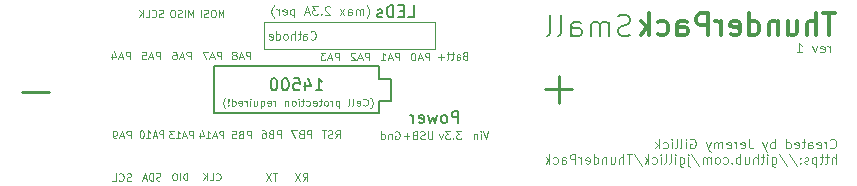
<source format=gbo>
G04 #@! TF.GenerationSoftware,KiCad,Pcbnew,(5.1.5-0-10_14)*
G04 #@! TF.CreationDate,2020-01-18T12:54:41-08:00*
G04 #@! TF.ProjectId,14500,31343530-302e-46b6-9963-61645f706362,rev?*
G04 #@! TF.SameCoordinates,Original*
G04 #@! TF.FileFunction,Legend,Bot*
G04 #@! TF.FilePolarity,Positive*
%FSLAX46Y46*%
G04 Gerber Fmt 4.6, Leading zero omitted, Abs format (unit mm)*
G04 Created by KiCad (PCBNEW (5.1.5-0-10_14)) date 2020-01-18 12:54:41*
%MOMM*%
%LPD*%
G04 APERTURE LIST*
%ADD10C,0.250000*%
%ADD11C,0.150000*%
%ADD12C,0.100000*%
%ADD13C,0.200000*%
%ADD14C,0.300000*%
%ADD15C,0.010000*%
%ADD16C,2.901600*%
%ADD17O,1.801600X1.801600*%
%ADD18R,1.801600X1.801600*%
%ADD19O,1.801600X1.451600*%
%ADD20O,1.601600X1.201600*%
%ADD21C,2.501600*%
G04 APERTURE END LIST*
D10*
X115242857Y-99964285D02*
X112957142Y-99964285D01*
X114100000Y-101107142D02*
X114100000Y-98821428D01*
X70917857Y-100189285D02*
X68632142Y-100189285D01*
D11*
X120134642Y-95378571D02*
X119877500Y-95464285D01*
X119448928Y-95464285D01*
X119277500Y-95378571D01*
X119191785Y-95292857D01*
X119106071Y-95121428D01*
X119106071Y-94950000D01*
X119191785Y-94778571D01*
X119277500Y-94692857D01*
X119448928Y-94607142D01*
X119791785Y-94521428D01*
X119963214Y-94435714D01*
X120048928Y-94350000D01*
X120134642Y-94178571D01*
X120134642Y-94007142D01*
X120048928Y-93835714D01*
X119963214Y-93750000D01*
X119791785Y-93664285D01*
X119363214Y-93664285D01*
X119106071Y-93750000D01*
X118334642Y-95464285D02*
X118334642Y-94264285D01*
X118334642Y-94435714D02*
X118248928Y-94350000D01*
X118077500Y-94264285D01*
X117820357Y-94264285D01*
X117648928Y-94350000D01*
X117563214Y-94521428D01*
X117563214Y-95464285D01*
X117563214Y-94521428D02*
X117477500Y-94350000D01*
X117306071Y-94264285D01*
X117048928Y-94264285D01*
X116877500Y-94350000D01*
X116791785Y-94521428D01*
X116791785Y-95464285D01*
X115163214Y-95464285D02*
X115163214Y-94521428D01*
X115248928Y-94350000D01*
X115420357Y-94264285D01*
X115763214Y-94264285D01*
X115934642Y-94350000D01*
X115163214Y-95378571D02*
X115334642Y-95464285D01*
X115763214Y-95464285D01*
X115934642Y-95378571D01*
X116020357Y-95207142D01*
X116020357Y-95035714D01*
X115934642Y-94864285D01*
X115763214Y-94778571D01*
X115334642Y-94778571D01*
X115163214Y-94692857D01*
X114048928Y-95464285D02*
X114220357Y-95378571D01*
X114306071Y-95207142D01*
X114306071Y-93664285D01*
X113106071Y-95464285D02*
X113277500Y-95378571D01*
X113363214Y-95207142D01*
X113363214Y-93664285D01*
D12*
X85077142Y-107639285D02*
X85105714Y-107667857D01*
X85191428Y-107696428D01*
X85248571Y-107696428D01*
X85334285Y-107667857D01*
X85391428Y-107610714D01*
X85420000Y-107553571D01*
X85448571Y-107439285D01*
X85448571Y-107353571D01*
X85420000Y-107239285D01*
X85391428Y-107182142D01*
X85334285Y-107125000D01*
X85248571Y-107096428D01*
X85191428Y-107096428D01*
X85105714Y-107125000D01*
X85077142Y-107153571D01*
X84534285Y-107696428D02*
X84820000Y-107696428D01*
X84820000Y-107096428D01*
X84334285Y-107696428D02*
X84334285Y-107096428D01*
X83991428Y-107696428D02*
X84248571Y-107353571D01*
X83991428Y-107096428D02*
X84334285Y-107439285D01*
X82634285Y-107696428D02*
X82634285Y-107096428D01*
X82491428Y-107096428D01*
X82405714Y-107125000D01*
X82348571Y-107182142D01*
X82320000Y-107239285D01*
X82291428Y-107353571D01*
X82291428Y-107439285D01*
X82320000Y-107553571D01*
X82348571Y-107610714D01*
X82405714Y-107667857D01*
X82491428Y-107696428D01*
X82634285Y-107696428D01*
X82034285Y-107696428D02*
X82034285Y-107096428D01*
X81634285Y-107096428D02*
X81520000Y-107096428D01*
X81462857Y-107125000D01*
X81405714Y-107182142D01*
X81377142Y-107296428D01*
X81377142Y-107496428D01*
X81405714Y-107610714D01*
X81462857Y-107667857D01*
X81520000Y-107696428D01*
X81634285Y-107696428D01*
X81691428Y-107667857D01*
X81748571Y-107610714D01*
X81777142Y-107496428D01*
X81777142Y-107296428D01*
X81748571Y-107182142D01*
X81691428Y-107125000D01*
X81634285Y-107096428D01*
X77868809Y-107713095D02*
X77775952Y-107744047D01*
X77621190Y-107744047D01*
X77559285Y-107713095D01*
X77528333Y-107682142D01*
X77497380Y-107620238D01*
X77497380Y-107558333D01*
X77528333Y-107496428D01*
X77559285Y-107465476D01*
X77621190Y-107434523D01*
X77745000Y-107403571D01*
X77806904Y-107372619D01*
X77837857Y-107341666D01*
X77868809Y-107279761D01*
X77868809Y-107217857D01*
X77837857Y-107155952D01*
X77806904Y-107125000D01*
X77745000Y-107094047D01*
X77590238Y-107094047D01*
X77497380Y-107125000D01*
X76847380Y-107682142D02*
X76878333Y-107713095D01*
X76971190Y-107744047D01*
X77033095Y-107744047D01*
X77125952Y-107713095D01*
X77187857Y-107651190D01*
X77218809Y-107589285D01*
X77249761Y-107465476D01*
X77249761Y-107372619D01*
X77218809Y-107248809D01*
X77187857Y-107186904D01*
X77125952Y-107125000D01*
X77033095Y-107094047D01*
X76971190Y-107094047D01*
X76878333Y-107125000D01*
X76847380Y-107155952D01*
X76259285Y-107744047D02*
X76568809Y-107744047D01*
X76568809Y-107094047D01*
X80348571Y-107688095D02*
X80262857Y-107719047D01*
X80120000Y-107719047D01*
X80062857Y-107688095D01*
X80034285Y-107657142D01*
X80005714Y-107595238D01*
X80005714Y-107533333D01*
X80034285Y-107471428D01*
X80062857Y-107440476D01*
X80120000Y-107409523D01*
X80234285Y-107378571D01*
X80291428Y-107347619D01*
X80320000Y-107316666D01*
X80348571Y-107254761D01*
X80348571Y-107192857D01*
X80320000Y-107130952D01*
X80291428Y-107100000D01*
X80234285Y-107069047D01*
X80091428Y-107069047D01*
X80005714Y-107100000D01*
X79748571Y-107719047D02*
X79748571Y-107069047D01*
X79605714Y-107069047D01*
X79520000Y-107100000D01*
X79462857Y-107161904D01*
X79434285Y-107223809D01*
X79405714Y-107347619D01*
X79405714Y-107440476D01*
X79434285Y-107564285D01*
X79462857Y-107626190D01*
X79520000Y-107688095D01*
X79605714Y-107719047D01*
X79748571Y-107719047D01*
X79177142Y-107533333D02*
X78891428Y-107533333D01*
X79234285Y-107719047D02*
X79034285Y-107069047D01*
X78834285Y-107719047D01*
X80584285Y-93863095D02*
X80498571Y-93894047D01*
X80355714Y-93894047D01*
X80298571Y-93863095D01*
X80270000Y-93832142D01*
X80241428Y-93770238D01*
X80241428Y-93708333D01*
X80270000Y-93646428D01*
X80298571Y-93615476D01*
X80355714Y-93584523D01*
X80470000Y-93553571D01*
X80527142Y-93522619D01*
X80555714Y-93491666D01*
X80584285Y-93429761D01*
X80584285Y-93367857D01*
X80555714Y-93305952D01*
X80527142Y-93275000D01*
X80470000Y-93244047D01*
X80327142Y-93244047D01*
X80241428Y-93275000D01*
X79641428Y-93832142D02*
X79670000Y-93863095D01*
X79755714Y-93894047D01*
X79812857Y-93894047D01*
X79898571Y-93863095D01*
X79955714Y-93801190D01*
X79984285Y-93739285D01*
X80012857Y-93615476D01*
X80012857Y-93522619D01*
X79984285Y-93398809D01*
X79955714Y-93336904D01*
X79898571Y-93275000D01*
X79812857Y-93244047D01*
X79755714Y-93244047D01*
X79670000Y-93275000D01*
X79641428Y-93305952D01*
X79098571Y-93894047D02*
X79384285Y-93894047D01*
X79384285Y-93244047D01*
X78898571Y-93894047D02*
X78898571Y-93244047D01*
X78555714Y-93894047D02*
X78812857Y-93522619D01*
X78555714Y-93244047D02*
X78898571Y-93615476D01*
X83112857Y-93894047D02*
X83112857Y-93244047D01*
X82912857Y-93708333D01*
X82712857Y-93244047D01*
X82712857Y-93894047D01*
X82427142Y-93894047D02*
X82427142Y-93244047D01*
X82170000Y-93863095D02*
X82084285Y-93894047D01*
X81941428Y-93894047D01*
X81884285Y-93863095D01*
X81855714Y-93832142D01*
X81827142Y-93770238D01*
X81827142Y-93708333D01*
X81855714Y-93646428D01*
X81884285Y-93615476D01*
X81941428Y-93584523D01*
X82055714Y-93553571D01*
X82112857Y-93522619D01*
X82141428Y-93491666D01*
X82170000Y-93429761D01*
X82170000Y-93367857D01*
X82141428Y-93305952D01*
X82112857Y-93275000D01*
X82055714Y-93244047D01*
X81912857Y-93244047D01*
X81827142Y-93275000D01*
X81455714Y-93244047D02*
X81341428Y-93244047D01*
X81284285Y-93275000D01*
X81227142Y-93336904D01*
X81198571Y-93460714D01*
X81198571Y-93677380D01*
X81227142Y-93801190D01*
X81284285Y-93863095D01*
X81341428Y-93894047D01*
X81455714Y-93894047D01*
X81512857Y-93863095D01*
X81570000Y-93801190D01*
X81598571Y-93677380D01*
X81598571Y-93460714D01*
X81570000Y-93336904D01*
X81512857Y-93275000D01*
X81455714Y-93244047D01*
X85687857Y-93894047D02*
X85687857Y-93244047D01*
X85487857Y-93708333D01*
X85287857Y-93244047D01*
X85287857Y-93894047D01*
X84887857Y-93244047D02*
X84773571Y-93244047D01*
X84716428Y-93275000D01*
X84659285Y-93336904D01*
X84630714Y-93460714D01*
X84630714Y-93677380D01*
X84659285Y-93801190D01*
X84716428Y-93863095D01*
X84773571Y-93894047D01*
X84887857Y-93894047D01*
X84945000Y-93863095D01*
X85002142Y-93801190D01*
X85030714Y-93677380D01*
X85030714Y-93460714D01*
X85002142Y-93336904D01*
X84945000Y-93275000D01*
X84887857Y-93244047D01*
X84402142Y-93863095D02*
X84316428Y-93894047D01*
X84173571Y-93894047D01*
X84116428Y-93863095D01*
X84087857Y-93832142D01*
X84059285Y-93770238D01*
X84059285Y-93708333D01*
X84087857Y-93646428D01*
X84116428Y-93615476D01*
X84173571Y-93584523D01*
X84287857Y-93553571D01*
X84345000Y-93522619D01*
X84373571Y-93491666D01*
X84402142Y-93429761D01*
X84402142Y-93367857D01*
X84373571Y-93305952D01*
X84345000Y-93275000D01*
X84287857Y-93244047D01*
X84145000Y-93244047D01*
X84059285Y-93275000D01*
X83802142Y-93894047D02*
X83802142Y-93244047D01*
X90265238Y-107069047D02*
X89893809Y-107069047D01*
X90079523Y-107719047D02*
X90079523Y-107069047D01*
X89739047Y-107069047D02*
X89305714Y-107719047D01*
X89305714Y-107069047D02*
X89739047Y-107719047D01*
X92428333Y-107719047D02*
X92645000Y-107409523D01*
X92799761Y-107719047D02*
X92799761Y-107069047D01*
X92552142Y-107069047D01*
X92490238Y-107100000D01*
X92459285Y-107130952D01*
X92428333Y-107192857D01*
X92428333Y-107285714D01*
X92459285Y-107347619D01*
X92490238Y-107378571D01*
X92552142Y-107409523D01*
X92799761Y-107409523D01*
X92211666Y-107069047D02*
X91778333Y-107719047D01*
X91778333Y-107069047D02*
X92211666Y-107719047D01*
X93070000Y-95717857D02*
X93103333Y-95753571D01*
X93203333Y-95789285D01*
X93270000Y-95789285D01*
X93370000Y-95753571D01*
X93436666Y-95682142D01*
X93470000Y-95610714D01*
X93503333Y-95467857D01*
X93503333Y-95360714D01*
X93470000Y-95217857D01*
X93436666Y-95146428D01*
X93370000Y-95075000D01*
X93270000Y-95039285D01*
X93203333Y-95039285D01*
X93103333Y-95075000D01*
X93070000Y-95110714D01*
X92470000Y-95789285D02*
X92470000Y-95396428D01*
X92503333Y-95325000D01*
X92570000Y-95289285D01*
X92703333Y-95289285D01*
X92770000Y-95325000D01*
X92470000Y-95753571D02*
X92536666Y-95789285D01*
X92703333Y-95789285D01*
X92770000Y-95753571D01*
X92803333Y-95682142D01*
X92803333Y-95610714D01*
X92770000Y-95539285D01*
X92703333Y-95503571D01*
X92536666Y-95503571D01*
X92470000Y-95467857D01*
X92236666Y-95289285D02*
X91970000Y-95289285D01*
X92136666Y-95039285D02*
X92136666Y-95682142D01*
X92103333Y-95753571D01*
X92036666Y-95789285D01*
X91970000Y-95789285D01*
X91736666Y-95789285D02*
X91736666Y-95039285D01*
X91436666Y-95789285D02*
X91436666Y-95396428D01*
X91470000Y-95325000D01*
X91536666Y-95289285D01*
X91636666Y-95289285D01*
X91703333Y-95325000D01*
X91736666Y-95360714D01*
X91003333Y-95789285D02*
X91070000Y-95753571D01*
X91103333Y-95717857D01*
X91136666Y-95646428D01*
X91136666Y-95432142D01*
X91103333Y-95360714D01*
X91070000Y-95325000D01*
X91003333Y-95289285D01*
X90903333Y-95289285D01*
X90836666Y-95325000D01*
X90803333Y-95360714D01*
X90770000Y-95432142D01*
X90770000Y-95646428D01*
X90803333Y-95717857D01*
X90836666Y-95753571D01*
X90903333Y-95789285D01*
X91003333Y-95789285D01*
X90170000Y-95789285D02*
X90170000Y-95039285D01*
X90170000Y-95753571D02*
X90236666Y-95789285D01*
X90370000Y-95789285D01*
X90436666Y-95753571D01*
X90470000Y-95717857D01*
X90503333Y-95646428D01*
X90503333Y-95432142D01*
X90470000Y-95360714D01*
X90436666Y-95325000D01*
X90370000Y-95289285D01*
X90236666Y-95289285D01*
X90170000Y-95325000D01*
X89570000Y-95753571D02*
X89636666Y-95789285D01*
X89770000Y-95789285D01*
X89836666Y-95753571D01*
X89870000Y-95682142D01*
X89870000Y-95396428D01*
X89836666Y-95325000D01*
X89770000Y-95289285D01*
X89636666Y-95289285D01*
X89570000Y-95325000D01*
X89536666Y-95396428D01*
X89536666Y-95467857D01*
X89870000Y-95539285D01*
X89170000Y-94250000D02*
X103570000Y-94250000D01*
X89170000Y-96600000D02*
X89170000Y-94250000D01*
X103570000Y-96600000D02*
X89170000Y-96600000D01*
X103570000Y-94250000D02*
X103570000Y-96600000D01*
X95175952Y-104119047D02*
X95392619Y-103809523D01*
X95547380Y-104119047D02*
X95547380Y-103469047D01*
X95299761Y-103469047D01*
X95237857Y-103500000D01*
X95206904Y-103530952D01*
X95175952Y-103592857D01*
X95175952Y-103685714D01*
X95206904Y-103747619D01*
X95237857Y-103778571D01*
X95299761Y-103809523D01*
X95547380Y-103809523D01*
X94928333Y-104088095D02*
X94835476Y-104119047D01*
X94680714Y-104119047D01*
X94618809Y-104088095D01*
X94587857Y-104057142D01*
X94556904Y-103995238D01*
X94556904Y-103933333D01*
X94587857Y-103871428D01*
X94618809Y-103840476D01*
X94680714Y-103809523D01*
X94804523Y-103778571D01*
X94866428Y-103747619D01*
X94897380Y-103716666D01*
X94928333Y-103654761D01*
X94928333Y-103592857D01*
X94897380Y-103530952D01*
X94866428Y-103500000D01*
X94804523Y-103469047D01*
X94649761Y-103469047D01*
X94556904Y-103500000D01*
X94371190Y-103469047D02*
X93999761Y-103469047D01*
X94185476Y-104119047D02*
X94185476Y-103469047D01*
X93124761Y-104119047D02*
X93124761Y-103469047D01*
X92877142Y-103469047D01*
X92815238Y-103500000D01*
X92784285Y-103530952D01*
X92753333Y-103592857D01*
X92753333Y-103685714D01*
X92784285Y-103747619D01*
X92815238Y-103778571D01*
X92877142Y-103809523D01*
X93124761Y-103809523D01*
X92258095Y-103778571D02*
X92165238Y-103809523D01*
X92134285Y-103840476D01*
X92103333Y-103902380D01*
X92103333Y-103995238D01*
X92134285Y-104057142D01*
X92165238Y-104088095D01*
X92227142Y-104119047D01*
X92474761Y-104119047D01*
X92474761Y-103469047D01*
X92258095Y-103469047D01*
X92196190Y-103500000D01*
X92165238Y-103530952D01*
X92134285Y-103592857D01*
X92134285Y-103654761D01*
X92165238Y-103716666D01*
X92196190Y-103747619D01*
X92258095Y-103778571D01*
X92474761Y-103778571D01*
X91886666Y-103469047D02*
X91453333Y-103469047D01*
X91731904Y-104119047D01*
X90574761Y-104119047D02*
X90574761Y-103469047D01*
X90327142Y-103469047D01*
X90265238Y-103500000D01*
X90234285Y-103530952D01*
X90203333Y-103592857D01*
X90203333Y-103685714D01*
X90234285Y-103747619D01*
X90265238Y-103778571D01*
X90327142Y-103809523D01*
X90574761Y-103809523D01*
X89708095Y-103778571D02*
X89615238Y-103809523D01*
X89584285Y-103840476D01*
X89553333Y-103902380D01*
X89553333Y-103995238D01*
X89584285Y-104057142D01*
X89615238Y-104088095D01*
X89677142Y-104119047D01*
X89924761Y-104119047D01*
X89924761Y-103469047D01*
X89708095Y-103469047D01*
X89646190Y-103500000D01*
X89615238Y-103530952D01*
X89584285Y-103592857D01*
X89584285Y-103654761D01*
X89615238Y-103716666D01*
X89646190Y-103747619D01*
X89708095Y-103778571D01*
X89924761Y-103778571D01*
X88996190Y-103469047D02*
X89120000Y-103469047D01*
X89181904Y-103500000D01*
X89212857Y-103530952D01*
X89274761Y-103623809D01*
X89305714Y-103747619D01*
X89305714Y-103995238D01*
X89274761Y-104057142D01*
X89243809Y-104088095D01*
X89181904Y-104119047D01*
X89058095Y-104119047D01*
X88996190Y-104088095D01*
X88965238Y-104057142D01*
X88934285Y-103995238D01*
X88934285Y-103840476D01*
X88965238Y-103778571D01*
X88996190Y-103747619D01*
X89058095Y-103716666D01*
X89181904Y-103716666D01*
X89243809Y-103747619D01*
X89274761Y-103778571D01*
X89305714Y-103840476D01*
X137044523Y-96861904D02*
X137044523Y-96328571D01*
X137044523Y-96480952D02*
X137006428Y-96404761D01*
X136968333Y-96366666D01*
X136892142Y-96328571D01*
X136815952Y-96328571D01*
X136244523Y-96823809D02*
X136320714Y-96861904D01*
X136473095Y-96861904D01*
X136549285Y-96823809D01*
X136587380Y-96747619D01*
X136587380Y-96442857D01*
X136549285Y-96366666D01*
X136473095Y-96328571D01*
X136320714Y-96328571D01*
X136244523Y-96366666D01*
X136206428Y-96442857D01*
X136206428Y-96519047D01*
X136587380Y-96595238D01*
X135939761Y-96328571D02*
X135749285Y-96861904D01*
X135558809Y-96328571D01*
X134225476Y-96861904D02*
X134682619Y-96861904D01*
X134454047Y-96861904D02*
X134454047Y-96061904D01*
X134530238Y-96176190D01*
X134606428Y-96252380D01*
X134682619Y-96290476D01*
X137087380Y-104910714D02*
X137125476Y-104948809D01*
X137239761Y-104986904D01*
X137315952Y-104986904D01*
X137430238Y-104948809D01*
X137506428Y-104872619D01*
X137544523Y-104796428D01*
X137582619Y-104644047D01*
X137582619Y-104529761D01*
X137544523Y-104377380D01*
X137506428Y-104301190D01*
X137430238Y-104225000D01*
X137315952Y-104186904D01*
X137239761Y-104186904D01*
X137125476Y-104225000D01*
X137087380Y-104263095D01*
X136744523Y-104986904D02*
X136744523Y-104453571D01*
X136744523Y-104605952D02*
X136706428Y-104529761D01*
X136668333Y-104491666D01*
X136592142Y-104453571D01*
X136515952Y-104453571D01*
X135944523Y-104948809D02*
X136020714Y-104986904D01*
X136173095Y-104986904D01*
X136249285Y-104948809D01*
X136287380Y-104872619D01*
X136287380Y-104567857D01*
X136249285Y-104491666D01*
X136173095Y-104453571D01*
X136020714Y-104453571D01*
X135944523Y-104491666D01*
X135906428Y-104567857D01*
X135906428Y-104644047D01*
X136287380Y-104720238D01*
X135220714Y-104986904D02*
X135220714Y-104567857D01*
X135258809Y-104491666D01*
X135335000Y-104453571D01*
X135487380Y-104453571D01*
X135563571Y-104491666D01*
X135220714Y-104948809D02*
X135296904Y-104986904D01*
X135487380Y-104986904D01*
X135563571Y-104948809D01*
X135601666Y-104872619D01*
X135601666Y-104796428D01*
X135563571Y-104720238D01*
X135487380Y-104682142D01*
X135296904Y-104682142D01*
X135220714Y-104644047D01*
X134954047Y-104453571D02*
X134649285Y-104453571D01*
X134839761Y-104186904D02*
X134839761Y-104872619D01*
X134801666Y-104948809D01*
X134725476Y-104986904D01*
X134649285Y-104986904D01*
X134077857Y-104948809D02*
X134154047Y-104986904D01*
X134306428Y-104986904D01*
X134382619Y-104948809D01*
X134420714Y-104872619D01*
X134420714Y-104567857D01*
X134382619Y-104491666D01*
X134306428Y-104453571D01*
X134154047Y-104453571D01*
X134077857Y-104491666D01*
X134039761Y-104567857D01*
X134039761Y-104644047D01*
X134420714Y-104720238D01*
X133354047Y-104986904D02*
X133354047Y-104186904D01*
X133354047Y-104948809D02*
X133430238Y-104986904D01*
X133582619Y-104986904D01*
X133658809Y-104948809D01*
X133696904Y-104910714D01*
X133735000Y-104834523D01*
X133735000Y-104605952D01*
X133696904Y-104529761D01*
X133658809Y-104491666D01*
X133582619Y-104453571D01*
X133430238Y-104453571D01*
X133354047Y-104491666D01*
X132363571Y-104986904D02*
X132363571Y-104186904D01*
X132363571Y-104491666D02*
X132287380Y-104453571D01*
X132135000Y-104453571D01*
X132058809Y-104491666D01*
X132020714Y-104529761D01*
X131982619Y-104605952D01*
X131982619Y-104834523D01*
X132020714Y-104910714D01*
X132058809Y-104948809D01*
X132135000Y-104986904D01*
X132287380Y-104986904D01*
X132363571Y-104948809D01*
X131715952Y-104453571D02*
X131525476Y-104986904D01*
X131335000Y-104453571D02*
X131525476Y-104986904D01*
X131601666Y-105177380D01*
X131639761Y-105215476D01*
X131715952Y-105253571D01*
X130192142Y-104186904D02*
X130192142Y-104758333D01*
X130230238Y-104872619D01*
X130306428Y-104948809D01*
X130420714Y-104986904D01*
X130496904Y-104986904D01*
X129506428Y-104948809D02*
X129582619Y-104986904D01*
X129735000Y-104986904D01*
X129811190Y-104948809D01*
X129849285Y-104872619D01*
X129849285Y-104567857D01*
X129811190Y-104491666D01*
X129735000Y-104453571D01*
X129582619Y-104453571D01*
X129506428Y-104491666D01*
X129468333Y-104567857D01*
X129468333Y-104644047D01*
X129849285Y-104720238D01*
X129125476Y-104986904D02*
X129125476Y-104453571D01*
X129125476Y-104605952D02*
X129087380Y-104529761D01*
X129049285Y-104491666D01*
X128973095Y-104453571D01*
X128896904Y-104453571D01*
X128325476Y-104948809D02*
X128401666Y-104986904D01*
X128554047Y-104986904D01*
X128630238Y-104948809D01*
X128668333Y-104872619D01*
X128668333Y-104567857D01*
X128630238Y-104491666D01*
X128554047Y-104453571D01*
X128401666Y-104453571D01*
X128325476Y-104491666D01*
X128287380Y-104567857D01*
X128287380Y-104644047D01*
X128668333Y-104720238D01*
X127944523Y-104986904D02*
X127944523Y-104453571D01*
X127944523Y-104529761D02*
X127906428Y-104491666D01*
X127830238Y-104453571D01*
X127715952Y-104453571D01*
X127639761Y-104491666D01*
X127601666Y-104567857D01*
X127601666Y-104986904D01*
X127601666Y-104567857D02*
X127563571Y-104491666D01*
X127487380Y-104453571D01*
X127373095Y-104453571D01*
X127296904Y-104491666D01*
X127258809Y-104567857D01*
X127258809Y-104986904D01*
X126954047Y-104453571D02*
X126763571Y-104986904D01*
X126573095Y-104453571D02*
X126763571Y-104986904D01*
X126839761Y-105177380D01*
X126877857Y-105215476D01*
X126954047Y-105253571D01*
X125239761Y-104225000D02*
X125315952Y-104186904D01*
X125430238Y-104186904D01*
X125544523Y-104225000D01*
X125620714Y-104301190D01*
X125658809Y-104377380D01*
X125696904Y-104529761D01*
X125696904Y-104644047D01*
X125658809Y-104796428D01*
X125620714Y-104872619D01*
X125544523Y-104948809D01*
X125430238Y-104986904D01*
X125354047Y-104986904D01*
X125239761Y-104948809D01*
X125201666Y-104910714D01*
X125201666Y-104644047D01*
X125354047Y-104644047D01*
X124858809Y-104986904D02*
X124858809Y-104453571D01*
X124858809Y-104186904D02*
X124896904Y-104225000D01*
X124858809Y-104263095D01*
X124820714Y-104225000D01*
X124858809Y-104186904D01*
X124858809Y-104263095D01*
X124363571Y-104986904D02*
X124439761Y-104948809D01*
X124477857Y-104872619D01*
X124477857Y-104186904D01*
X123944523Y-104986904D02*
X124020714Y-104948809D01*
X124058809Y-104872619D01*
X124058809Y-104186904D01*
X123639761Y-104986904D02*
X123639761Y-104453571D01*
X123639761Y-104186904D02*
X123677857Y-104225000D01*
X123639761Y-104263095D01*
X123601666Y-104225000D01*
X123639761Y-104186904D01*
X123639761Y-104263095D01*
X122915952Y-104948809D02*
X122992142Y-104986904D01*
X123144523Y-104986904D01*
X123220714Y-104948809D01*
X123258809Y-104910714D01*
X123296904Y-104834523D01*
X123296904Y-104605952D01*
X123258809Y-104529761D01*
X123220714Y-104491666D01*
X123144523Y-104453571D01*
X122992142Y-104453571D01*
X122915952Y-104491666D01*
X122573095Y-104986904D02*
X122573095Y-104186904D01*
X122496904Y-104682142D02*
X122268333Y-104986904D01*
X122268333Y-104453571D02*
X122573095Y-104758333D01*
X137544523Y-106286904D02*
X137544523Y-105486904D01*
X137201666Y-106286904D02*
X137201666Y-105867857D01*
X137239761Y-105791666D01*
X137315952Y-105753571D01*
X137430238Y-105753571D01*
X137506428Y-105791666D01*
X137544523Y-105829761D01*
X136935000Y-105753571D02*
X136630238Y-105753571D01*
X136820714Y-105486904D02*
X136820714Y-106172619D01*
X136782619Y-106248809D01*
X136706428Y-106286904D01*
X136630238Y-106286904D01*
X136477857Y-105753571D02*
X136173095Y-105753571D01*
X136363571Y-105486904D02*
X136363571Y-106172619D01*
X136325476Y-106248809D01*
X136249285Y-106286904D01*
X136173095Y-106286904D01*
X135906428Y-105753571D02*
X135906428Y-106553571D01*
X135906428Y-105791666D02*
X135830238Y-105753571D01*
X135677857Y-105753571D01*
X135601666Y-105791666D01*
X135563571Y-105829761D01*
X135525476Y-105905952D01*
X135525476Y-106134523D01*
X135563571Y-106210714D01*
X135601666Y-106248809D01*
X135677857Y-106286904D01*
X135830238Y-106286904D01*
X135906428Y-106248809D01*
X135220714Y-106248809D02*
X135144523Y-106286904D01*
X134992142Y-106286904D01*
X134915952Y-106248809D01*
X134877857Y-106172619D01*
X134877857Y-106134523D01*
X134915952Y-106058333D01*
X134992142Y-106020238D01*
X135106428Y-106020238D01*
X135182619Y-105982142D01*
X135220714Y-105905952D01*
X135220714Y-105867857D01*
X135182619Y-105791666D01*
X135106428Y-105753571D01*
X134992142Y-105753571D01*
X134915952Y-105791666D01*
X134535000Y-106210714D02*
X134496904Y-106248809D01*
X134535000Y-106286904D01*
X134573095Y-106248809D01*
X134535000Y-106210714D01*
X134535000Y-106286904D01*
X134535000Y-105791666D02*
X134496904Y-105829761D01*
X134535000Y-105867857D01*
X134573095Y-105829761D01*
X134535000Y-105791666D01*
X134535000Y-105867857D01*
X133582619Y-105448809D02*
X134268333Y-106477380D01*
X132744523Y-105448809D02*
X133430238Y-106477380D01*
X132135000Y-105753571D02*
X132135000Y-106401190D01*
X132173095Y-106477380D01*
X132211190Y-106515476D01*
X132287380Y-106553571D01*
X132401666Y-106553571D01*
X132477857Y-106515476D01*
X132135000Y-106248809D02*
X132211190Y-106286904D01*
X132363571Y-106286904D01*
X132439761Y-106248809D01*
X132477857Y-106210714D01*
X132515952Y-106134523D01*
X132515952Y-105905952D01*
X132477857Y-105829761D01*
X132439761Y-105791666D01*
X132363571Y-105753571D01*
X132211190Y-105753571D01*
X132135000Y-105791666D01*
X131754047Y-106286904D02*
X131754047Y-105753571D01*
X131754047Y-105486904D02*
X131792142Y-105525000D01*
X131754047Y-105563095D01*
X131715952Y-105525000D01*
X131754047Y-105486904D01*
X131754047Y-105563095D01*
X131487380Y-105753571D02*
X131182619Y-105753571D01*
X131373095Y-105486904D02*
X131373095Y-106172619D01*
X131335000Y-106248809D01*
X131258809Y-106286904D01*
X131182619Y-106286904D01*
X130915952Y-106286904D02*
X130915952Y-105486904D01*
X130573095Y-106286904D02*
X130573095Y-105867857D01*
X130611190Y-105791666D01*
X130687380Y-105753571D01*
X130801666Y-105753571D01*
X130877857Y-105791666D01*
X130915952Y-105829761D01*
X129849285Y-105753571D02*
X129849285Y-106286904D01*
X130192142Y-105753571D02*
X130192142Y-106172619D01*
X130154047Y-106248809D01*
X130077857Y-106286904D01*
X129963571Y-106286904D01*
X129887380Y-106248809D01*
X129849285Y-106210714D01*
X129468333Y-106286904D02*
X129468333Y-105486904D01*
X129468333Y-105791666D02*
X129392142Y-105753571D01*
X129239761Y-105753571D01*
X129163571Y-105791666D01*
X129125476Y-105829761D01*
X129087380Y-105905952D01*
X129087380Y-106134523D01*
X129125476Y-106210714D01*
X129163571Y-106248809D01*
X129239761Y-106286904D01*
X129392142Y-106286904D01*
X129468333Y-106248809D01*
X128744523Y-106210714D02*
X128706428Y-106248809D01*
X128744523Y-106286904D01*
X128782619Y-106248809D01*
X128744523Y-106210714D01*
X128744523Y-106286904D01*
X128020714Y-106248809D02*
X128096904Y-106286904D01*
X128249285Y-106286904D01*
X128325476Y-106248809D01*
X128363571Y-106210714D01*
X128401666Y-106134523D01*
X128401666Y-105905952D01*
X128363571Y-105829761D01*
X128325476Y-105791666D01*
X128249285Y-105753571D01*
X128096904Y-105753571D01*
X128020714Y-105791666D01*
X127563571Y-106286904D02*
X127639761Y-106248809D01*
X127677857Y-106210714D01*
X127715952Y-106134523D01*
X127715952Y-105905952D01*
X127677857Y-105829761D01*
X127639761Y-105791666D01*
X127563571Y-105753571D01*
X127449285Y-105753571D01*
X127373095Y-105791666D01*
X127335000Y-105829761D01*
X127296904Y-105905952D01*
X127296904Y-106134523D01*
X127335000Y-106210714D01*
X127373095Y-106248809D01*
X127449285Y-106286904D01*
X127563571Y-106286904D01*
X126954047Y-106286904D02*
X126954047Y-105753571D01*
X126954047Y-105829761D02*
X126915952Y-105791666D01*
X126839761Y-105753571D01*
X126725476Y-105753571D01*
X126649285Y-105791666D01*
X126611190Y-105867857D01*
X126611190Y-106286904D01*
X126611190Y-105867857D02*
X126573095Y-105791666D01*
X126496904Y-105753571D01*
X126382619Y-105753571D01*
X126306428Y-105791666D01*
X126268333Y-105867857D01*
X126268333Y-106286904D01*
X125315952Y-105448809D02*
X126001666Y-106477380D01*
X125049285Y-105753571D02*
X125049285Y-106439285D01*
X125087380Y-106515476D01*
X125163571Y-106553571D01*
X125201666Y-106553571D01*
X125049285Y-105486904D02*
X125087380Y-105525000D01*
X125049285Y-105563095D01*
X125011190Y-105525000D01*
X125049285Y-105486904D01*
X125049285Y-105563095D01*
X124325476Y-105753571D02*
X124325476Y-106401190D01*
X124363571Y-106477380D01*
X124401666Y-106515476D01*
X124477857Y-106553571D01*
X124592142Y-106553571D01*
X124668333Y-106515476D01*
X124325476Y-106248809D02*
X124401666Y-106286904D01*
X124554047Y-106286904D01*
X124630238Y-106248809D01*
X124668333Y-106210714D01*
X124706428Y-106134523D01*
X124706428Y-105905952D01*
X124668333Y-105829761D01*
X124630238Y-105791666D01*
X124554047Y-105753571D01*
X124401666Y-105753571D01*
X124325476Y-105791666D01*
X123944523Y-106286904D02*
X123944523Y-105753571D01*
X123944523Y-105486904D02*
X123982619Y-105525000D01*
X123944523Y-105563095D01*
X123906428Y-105525000D01*
X123944523Y-105486904D01*
X123944523Y-105563095D01*
X123449285Y-106286904D02*
X123525476Y-106248809D01*
X123563571Y-106172619D01*
X123563571Y-105486904D01*
X123030238Y-106286904D02*
X123106428Y-106248809D01*
X123144523Y-106172619D01*
X123144523Y-105486904D01*
X122725476Y-106286904D02*
X122725476Y-105753571D01*
X122725476Y-105486904D02*
X122763571Y-105525000D01*
X122725476Y-105563095D01*
X122687380Y-105525000D01*
X122725476Y-105486904D01*
X122725476Y-105563095D01*
X122001666Y-106248809D02*
X122077857Y-106286904D01*
X122230238Y-106286904D01*
X122306428Y-106248809D01*
X122344523Y-106210714D01*
X122382619Y-106134523D01*
X122382619Y-105905952D01*
X122344523Y-105829761D01*
X122306428Y-105791666D01*
X122230238Y-105753571D01*
X122077857Y-105753571D01*
X122001666Y-105791666D01*
X121658809Y-106286904D02*
X121658809Y-105486904D01*
X121582619Y-105982142D02*
X121354047Y-106286904D01*
X121354047Y-105753571D02*
X121658809Y-106058333D01*
X120439761Y-105448809D02*
X121125476Y-106477380D01*
X120287380Y-105486904D02*
X119830238Y-105486904D01*
X120058809Y-106286904D02*
X120058809Y-105486904D01*
X119563571Y-106286904D02*
X119563571Y-105486904D01*
X119220714Y-106286904D02*
X119220714Y-105867857D01*
X119258809Y-105791666D01*
X119335000Y-105753571D01*
X119449285Y-105753571D01*
X119525476Y-105791666D01*
X119563571Y-105829761D01*
X118496904Y-105753571D02*
X118496904Y-106286904D01*
X118839761Y-105753571D02*
X118839761Y-106172619D01*
X118801666Y-106248809D01*
X118725476Y-106286904D01*
X118611190Y-106286904D01*
X118535000Y-106248809D01*
X118496904Y-106210714D01*
X118115952Y-105753571D02*
X118115952Y-106286904D01*
X118115952Y-105829761D02*
X118077857Y-105791666D01*
X118001666Y-105753571D01*
X117887380Y-105753571D01*
X117811190Y-105791666D01*
X117773095Y-105867857D01*
X117773095Y-106286904D01*
X117049285Y-106286904D02*
X117049285Y-105486904D01*
X117049285Y-106248809D02*
X117125476Y-106286904D01*
X117277857Y-106286904D01*
X117354047Y-106248809D01*
X117392142Y-106210714D01*
X117430238Y-106134523D01*
X117430238Y-105905952D01*
X117392142Y-105829761D01*
X117354047Y-105791666D01*
X117277857Y-105753571D01*
X117125476Y-105753571D01*
X117049285Y-105791666D01*
X116363571Y-106248809D02*
X116439761Y-106286904D01*
X116592142Y-106286904D01*
X116668333Y-106248809D01*
X116706428Y-106172619D01*
X116706428Y-105867857D01*
X116668333Y-105791666D01*
X116592142Y-105753571D01*
X116439761Y-105753571D01*
X116363571Y-105791666D01*
X116325476Y-105867857D01*
X116325476Y-105944047D01*
X116706428Y-106020238D01*
X115982619Y-106286904D02*
X115982619Y-105753571D01*
X115982619Y-105905952D02*
X115944523Y-105829761D01*
X115906428Y-105791666D01*
X115830238Y-105753571D01*
X115754047Y-105753571D01*
X115487380Y-106286904D02*
X115487380Y-105486904D01*
X115182619Y-105486904D01*
X115106428Y-105525000D01*
X115068333Y-105563095D01*
X115030238Y-105639285D01*
X115030238Y-105753571D01*
X115068333Y-105829761D01*
X115106428Y-105867857D01*
X115182619Y-105905952D01*
X115487380Y-105905952D01*
X114344523Y-106286904D02*
X114344523Y-105867857D01*
X114382619Y-105791666D01*
X114458809Y-105753571D01*
X114611190Y-105753571D01*
X114687380Y-105791666D01*
X114344523Y-106248809D02*
X114420714Y-106286904D01*
X114611190Y-106286904D01*
X114687380Y-106248809D01*
X114725476Y-106172619D01*
X114725476Y-106096428D01*
X114687380Y-106020238D01*
X114611190Y-105982142D01*
X114420714Y-105982142D01*
X114344523Y-105944047D01*
X113620714Y-106248809D02*
X113696904Y-106286904D01*
X113849285Y-106286904D01*
X113925476Y-106248809D01*
X113963571Y-106210714D01*
X114001666Y-106134523D01*
X114001666Y-105905952D01*
X113963571Y-105829761D01*
X113925476Y-105791666D01*
X113849285Y-105753571D01*
X113696904Y-105753571D01*
X113620714Y-105791666D01*
X113277857Y-106286904D02*
X113277857Y-105486904D01*
X113201666Y-105982142D02*
X112973095Y-106286904D01*
X112973095Y-105753571D02*
X113277857Y-106058333D01*
X97828571Y-93933333D02*
X97864285Y-93900000D01*
X97935714Y-93800000D01*
X97971428Y-93733333D01*
X98007142Y-93633333D01*
X98042857Y-93466666D01*
X98042857Y-93333333D01*
X98007142Y-93166666D01*
X97971428Y-93066666D01*
X97935714Y-93000000D01*
X97864285Y-92900000D01*
X97828571Y-92866666D01*
X97542857Y-93666666D02*
X97542857Y-93200000D01*
X97542857Y-93266666D02*
X97507142Y-93233333D01*
X97435714Y-93200000D01*
X97328571Y-93200000D01*
X97257142Y-93233333D01*
X97221428Y-93300000D01*
X97221428Y-93666666D01*
X97221428Y-93300000D02*
X97185714Y-93233333D01*
X97114285Y-93200000D01*
X97007142Y-93200000D01*
X96935714Y-93233333D01*
X96900000Y-93300000D01*
X96900000Y-93666666D01*
X96221428Y-93666666D02*
X96221428Y-93300000D01*
X96257142Y-93233333D01*
X96328571Y-93200000D01*
X96471428Y-93200000D01*
X96542857Y-93233333D01*
X96221428Y-93633333D02*
X96292857Y-93666666D01*
X96471428Y-93666666D01*
X96542857Y-93633333D01*
X96578571Y-93566666D01*
X96578571Y-93500000D01*
X96542857Y-93433333D01*
X96471428Y-93400000D01*
X96292857Y-93400000D01*
X96221428Y-93366666D01*
X95935714Y-93666666D02*
X95542857Y-93200000D01*
X95935714Y-93200000D02*
X95542857Y-93666666D01*
X94721428Y-93033333D02*
X94685714Y-93000000D01*
X94614285Y-92966666D01*
X94435714Y-92966666D01*
X94364285Y-93000000D01*
X94328571Y-93033333D01*
X94292857Y-93100000D01*
X94292857Y-93166666D01*
X94328571Y-93266666D01*
X94757142Y-93666666D01*
X94292857Y-93666666D01*
X93971428Y-93600000D02*
X93935714Y-93633333D01*
X93971428Y-93666666D01*
X94007142Y-93633333D01*
X93971428Y-93600000D01*
X93971428Y-93666666D01*
X93685714Y-92966666D02*
X93221428Y-92966666D01*
X93471428Y-93233333D01*
X93364285Y-93233333D01*
X93292857Y-93266666D01*
X93257142Y-93300000D01*
X93221428Y-93366666D01*
X93221428Y-93533333D01*
X93257142Y-93600000D01*
X93292857Y-93633333D01*
X93364285Y-93666666D01*
X93578571Y-93666666D01*
X93650000Y-93633333D01*
X93685714Y-93600000D01*
X92935714Y-93466666D02*
X92578571Y-93466666D01*
X93007142Y-93666666D02*
X92757142Y-92966666D01*
X92507142Y-93666666D01*
X91685714Y-93200000D02*
X91685714Y-93900000D01*
X91685714Y-93233333D02*
X91614285Y-93200000D01*
X91471428Y-93200000D01*
X91400000Y-93233333D01*
X91364285Y-93266666D01*
X91328571Y-93333333D01*
X91328571Y-93533333D01*
X91364285Y-93600000D01*
X91400000Y-93633333D01*
X91471428Y-93666666D01*
X91614285Y-93666666D01*
X91685714Y-93633333D01*
X90721428Y-93633333D02*
X90792857Y-93666666D01*
X90935714Y-93666666D01*
X91007142Y-93633333D01*
X91042857Y-93566666D01*
X91042857Y-93300000D01*
X91007142Y-93233333D01*
X90935714Y-93200000D01*
X90792857Y-93200000D01*
X90721428Y-93233333D01*
X90685714Y-93300000D01*
X90685714Y-93366666D01*
X91042857Y-93433333D01*
X90364285Y-93666666D02*
X90364285Y-93200000D01*
X90364285Y-93333333D02*
X90328571Y-93266666D01*
X90292857Y-93233333D01*
X90221428Y-93200000D01*
X90150000Y-93200000D01*
X89971428Y-93933333D02*
X89935714Y-93900000D01*
X89864285Y-93800000D01*
X89828571Y-93733333D01*
X89792857Y-93633333D01*
X89757142Y-93466666D01*
X89757142Y-93333333D01*
X89792857Y-93166666D01*
X89828571Y-93066666D01*
X89864285Y-93000000D01*
X89935714Y-92900000D01*
X89971428Y-92866666D01*
X87978333Y-97444047D02*
X87978333Y-96794047D01*
X87730714Y-96794047D01*
X87668809Y-96825000D01*
X87637857Y-96855952D01*
X87606904Y-96917857D01*
X87606904Y-97010714D01*
X87637857Y-97072619D01*
X87668809Y-97103571D01*
X87730714Y-97134523D01*
X87978333Y-97134523D01*
X87359285Y-97258333D02*
X87049761Y-97258333D01*
X87421190Y-97444047D02*
X87204523Y-96794047D01*
X86987857Y-97444047D01*
X86678333Y-97072619D02*
X86740238Y-97041666D01*
X86771190Y-97010714D01*
X86802142Y-96948809D01*
X86802142Y-96917857D01*
X86771190Y-96855952D01*
X86740238Y-96825000D01*
X86678333Y-96794047D01*
X86554523Y-96794047D01*
X86492619Y-96825000D01*
X86461666Y-96855952D01*
X86430714Y-96917857D01*
X86430714Y-96948809D01*
X86461666Y-97010714D01*
X86492619Y-97041666D01*
X86554523Y-97072619D01*
X86678333Y-97072619D01*
X86740238Y-97103571D01*
X86771190Y-97134523D01*
X86802142Y-97196428D01*
X86802142Y-97320238D01*
X86771190Y-97382142D01*
X86740238Y-97413095D01*
X86678333Y-97444047D01*
X86554523Y-97444047D01*
X86492619Y-97413095D01*
X86461666Y-97382142D01*
X86430714Y-97320238D01*
X86430714Y-97196428D01*
X86461666Y-97134523D01*
X86492619Y-97103571D01*
X86554523Y-97072619D01*
X85503333Y-97444047D02*
X85503333Y-96794047D01*
X85255714Y-96794047D01*
X85193809Y-96825000D01*
X85162857Y-96855952D01*
X85131904Y-96917857D01*
X85131904Y-97010714D01*
X85162857Y-97072619D01*
X85193809Y-97103571D01*
X85255714Y-97134523D01*
X85503333Y-97134523D01*
X84884285Y-97258333D02*
X84574761Y-97258333D01*
X84946190Y-97444047D02*
X84729523Y-96794047D01*
X84512857Y-97444047D01*
X84358095Y-96794047D02*
X83924761Y-96794047D01*
X84203333Y-97444047D01*
X82928333Y-97444047D02*
X82928333Y-96794047D01*
X82680714Y-96794047D01*
X82618809Y-96825000D01*
X82587857Y-96855952D01*
X82556904Y-96917857D01*
X82556904Y-97010714D01*
X82587857Y-97072619D01*
X82618809Y-97103571D01*
X82680714Y-97134523D01*
X82928333Y-97134523D01*
X82309285Y-97258333D02*
X81999761Y-97258333D01*
X82371190Y-97444047D02*
X82154523Y-96794047D01*
X81937857Y-97444047D01*
X81442619Y-96794047D02*
X81566428Y-96794047D01*
X81628333Y-96825000D01*
X81659285Y-96855952D01*
X81721190Y-96948809D01*
X81752142Y-97072619D01*
X81752142Y-97320238D01*
X81721190Y-97382142D01*
X81690238Y-97413095D01*
X81628333Y-97444047D01*
X81504523Y-97444047D01*
X81442619Y-97413095D01*
X81411666Y-97382142D01*
X81380714Y-97320238D01*
X81380714Y-97165476D01*
X81411666Y-97103571D01*
X81442619Y-97072619D01*
X81504523Y-97041666D01*
X81628333Y-97041666D01*
X81690238Y-97072619D01*
X81721190Y-97103571D01*
X81752142Y-97165476D01*
X80328333Y-97444047D02*
X80328333Y-96794047D01*
X80080714Y-96794047D01*
X80018809Y-96825000D01*
X79987857Y-96855952D01*
X79956904Y-96917857D01*
X79956904Y-97010714D01*
X79987857Y-97072619D01*
X80018809Y-97103571D01*
X80080714Y-97134523D01*
X80328333Y-97134523D01*
X79709285Y-97258333D02*
X79399761Y-97258333D01*
X79771190Y-97444047D02*
X79554523Y-96794047D01*
X79337857Y-97444047D01*
X78811666Y-96794047D02*
X79121190Y-96794047D01*
X79152142Y-97103571D01*
X79121190Y-97072619D01*
X79059285Y-97041666D01*
X78904523Y-97041666D01*
X78842619Y-97072619D01*
X78811666Y-97103571D01*
X78780714Y-97165476D01*
X78780714Y-97320238D01*
X78811666Y-97382142D01*
X78842619Y-97413095D01*
X78904523Y-97444047D01*
X79059285Y-97444047D01*
X79121190Y-97413095D01*
X79152142Y-97382142D01*
X77778333Y-97444047D02*
X77778333Y-96794047D01*
X77530714Y-96794047D01*
X77468809Y-96825000D01*
X77437857Y-96855952D01*
X77406904Y-96917857D01*
X77406904Y-97010714D01*
X77437857Y-97072619D01*
X77468809Y-97103571D01*
X77530714Y-97134523D01*
X77778333Y-97134523D01*
X77159285Y-97258333D02*
X76849761Y-97258333D01*
X77221190Y-97444047D02*
X77004523Y-96794047D01*
X76787857Y-97444047D01*
X76292619Y-97010714D02*
X76292619Y-97444047D01*
X76447380Y-96763095D02*
X76602142Y-97227380D01*
X76199761Y-97227380D01*
X88024761Y-104144047D02*
X88024761Y-103494047D01*
X87777142Y-103494047D01*
X87715238Y-103525000D01*
X87684285Y-103555952D01*
X87653333Y-103617857D01*
X87653333Y-103710714D01*
X87684285Y-103772619D01*
X87715238Y-103803571D01*
X87777142Y-103834523D01*
X88024761Y-103834523D01*
X87158095Y-103803571D02*
X87065238Y-103834523D01*
X87034285Y-103865476D01*
X87003333Y-103927380D01*
X87003333Y-104020238D01*
X87034285Y-104082142D01*
X87065238Y-104113095D01*
X87127142Y-104144047D01*
X87374761Y-104144047D01*
X87374761Y-103494047D01*
X87158095Y-103494047D01*
X87096190Y-103525000D01*
X87065238Y-103555952D01*
X87034285Y-103617857D01*
X87034285Y-103679761D01*
X87065238Y-103741666D01*
X87096190Y-103772619D01*
X87158095Y-103803571D01*
X87374761Y-103803571D01*
X86415238Y-103494047D02*
X86724761Y-103494047D01*
X86755714Y-103803571D01*
X86724761Y-103772619D01*
X86662857Y-103741666D01*
X86508095Y-103741666D01*
X86446190Y-103772619D01*
X86415238Y-103803571D01*
X86384285Y-103865476D01*
X86384285Y-104020238D01*
X86415238Y-104082142D01*
X86446190Y-104113095D01*
X86508095Y-104144047D01*
X86662857Y-104144047D01*
X86724761Y-104113095D01*
X86755714Y-104082142D01*
X85680714Y-104144047D02*
X85680714Y-103494047D01*
X85452142Y-103494047D01*
X85395000Y-103525000D01*
X85366428Y-103555952D01*
X85337857Y-103617857D01*
X85337857Y-103710714D01*
X85366428Y-103772619D01*
X85395000Y-103803571D01*
X85452142Y-103834523D01*
X85680714Y-103834523D01*
X85109285Y-103958333D02*
X84823571Y-103958333D01*
X85166428Y-104144047D02*
X84966428Y-103494047D01*
X84766428Y-104144047D01*
X84252142Y-104144047D02*
X84595000Y-104144047D01*
X84423571Y-104144047D02*
X84423571Y-103494047D01*
X84480714Y-103586904D01*
X84537857Y-103648809D01*
X84595000Y-103679761D01*
X83737857Y-103710714D02*
X83737857Y-104144047D01*
X83880714Y-103463095D02*
X84023571Y-103927380D01*
X83652142Y-103927380D01*
X83105714Y-104144047D02*
X83105714Y-103494047D01*
X82877142Y-103494047D01*
X82820000Y-103525000D01*
X82791428Y-103555952D01*
X82762857Y-103617857D01*
X82762857Y-103710714D01*
X82791428Y-103772619D01*
X82820000Y-103803571D01*
X82877142Y-103834523D01*
X83105714Y-103834523D01*
X82534285Y-103958333D02*
X82248571Y-103958333D01*
X82591428Y-104144047D02*
X82391428Y-103494047D01*
X82191428Y-104144047D01*
X81677142Y-104144047D02*
X82020000Y-104144047D01*
X81848571Y-104144047D02*
X81848571Y-103494047D01*
X81905714Y-103586904D01*
X81962857Y-103648809D01*
X82020000Y-103679761D01*
X81477142Y-103494047D02*
X81105714Y-103494047D01*
X81305714Y-103741666D01*
X81220000Y-103741666D01*
X81162857Y-103772619D01*
X81134285Y-103803571D01*
X81105714Y-103865476D01*
X81105714Y-104020238D01*
X81134285Y-104082142D01*
X81162857Y-104113095D01*
X81220000Y-104144047D01*
X81391428Y-104144047D01*
X81448571Y-104113095D01*
X81477142Y-104082142D01*
X80605714Y-104119047D02*
X80605714Y-103469047D01*
X80377142Y-103469047D01*
X80320000Y-103500000D01*
X80291428Y-103530952D01*
X80262857Y-103592857D01*
X80262857Y-103685714D01*
X80291428Y-103747619D01*
X80320000Y-103778571D01*
X80377142Y-103809523D01*
X80605714Y-103809523D01*
X80034285Y-103933333D02*
X79748571Y-103933333D01*
X80091428Y-104119047D02*
X79891428Y-103469047D01*
X79691428Y-104119047D01*
X79177142Y-104119047D02*
X79520000Y-104119047D01*
X79348571Y-104119047D02*
X79348571Y-103469047D01*
X79405714Y-103561904D01*
X79462857Y-103623809D01*
X79520000Y-103654761D01*
X78805714Y-103469047D02*
X78748571Y-103469047D01*
X78691428Y-103500000D01*
X78662857Y-103530952D01*
X78634285Y-103592857D01*
X78605714Y-103716666D01*
X78605714Y-103871428D01*
X78634285Y-103995238D01*
X78662857Y-104057142D01*
X78691428Y-104088095D01*
X78748571Y-104119047D01*
X78805714Y-104119047D01*
X78862857Y-104088095D01*
X78891428Y-104057142D01*
X78920000Y-103995238D01*
X78948571Y-103871428D01*
X78948571Y-103716666D01*
X78920000Y-103592857D01*
X78891428Y-103530952D01*
X78862857Y-103500000D01*
X78805714Y-103469047D01*
X77853333Y-104144047D02*
X77853333Y-103494047D01*
X77605714Y-103494047D01*
X77543809Y-103525000D01*
X77512857Y-103555952D01*
X77481904Y-103617857D01*
X77481904Y-103710714D01*
X77512857Y-103772619D01*
X77543809Y-103803571D01*
X77605714Y-103834523D01*
X77853333Y-103834523D01*
X77234285Y-103958333D02*
X76924761Y-103958333D01*
X77296190Y-104144047D02*
X77079523Y-103494047D01*
X76862857Y-104144047D01*
X76615238Y-104144047D02*
X76491428Y-104144047D01*
X76429523Y-104113095D01*
X76398571Y-104082142D01*
X76336666Y-103989285D01*
X76305714Y-103865476D01*
X76305714Y-103617857D01*
X76336666Y-103555952D01*
X76367619Y-103525000D01*
X76429523Y-103494047D01*
X76553333Y-103494047D01*
X76615238Y-103525000D01*
X76646190Y-103555952D01*
X76677142Y-103617857D01*
X76677142Y-103772619D01*
X76646190Y-103834523D01*
X76615238Y-103865476D01*
X76553333Y-103896428D01*
X76429523Y-103896428D01*
X76367619Y-103865476D01*
X76336666Y-103834523D01*
X76305714Y-103772619D01*
X95478333Y-97519047D02*
X95478333Y-96869047D01*
X95230714Y-96869047D01*
X95168809Y-96900000D01*
X95137857Y-96930952D01*
X95106904Y-96992857D01*
X95106904Y-97085714D01*
X95137857Y-97147619D01*
X95168809Y-97178571D01*
X95230714Y-97209523D01*
X95478333Y-97209523D01*
X94859285Y-97333333D02*
X94549761Y-97333333D01*
X94921190Y-97519047D02*
X94704523Y-96869047D01*
X94487857Y-97519047D01*
X94333095Y-96869047D02*
X93930714Y-96869047D01*
X94147380Y-97116666D01*
X94054523Y-97116666D01*
X93992619Y-97147619D01*
X93961666Y-97178571D01*
X93930714Y-97240476D01*
X93930714Y-97395238D01*
X93961666Y-97457142D01*
X93992619Y-97488095D01*
X94054523Y-97519047D01*
X94240238Y-97519047D01*
X94302142Y-97488095D01*
X94333095Y-97457142D01*
X98028333Y-97519047D02*
X98028333Y-96869047D01*
X97780714Y-96869047D01*
X97718809Y-96900000D01*
X97687857Y-96930952D01*
X97656904Y-96992857D01*
X97656904Y-97085714D01*
X97687857Y-97147619D01*
X97718809Y-97178571D01*
X97780714Y-97209523D01*
X98028333Y-97209523D01*
X97409285Y-97333333D02*
X97099761Y-97333333D01*
X97471190Y-97519047D02*
X97254523Y-96869047D01*
X97037857Y-97519047D01*
X96852142Y-96930952D02*
X96821190Y-96900000D01*
X96759285Y-96869047D01*
X96604523Y-96869047D01*
X96542619Y-96900000D01*
X96511666Y-96930952D01*
X96480714Y-96992857D01*
X96480714Y-97054761D01*
X96511666Y-97147619D01*
X96883095Y-97519047D01*
X96480714Y-97519047D01*
X100578333Y-97519047D02*
X100578333Y-96869047D01*
X100330714Y-96869047D01*
X100268809Y-96900000D01*
X100237857Y-96930952D01*
X100206904Y-96992857D01*
X100206904Y-97085714D01*
X100237857Y-97147619D01*
X100268809Y-97178571D01*
X100330714Y-97209523D01*
X100578333Y-97209523D01*
X99959285Y-97333333D02*
X99649761Y-97333333D01*
X100021190Y-97519047D02*
X99804523Y-96869047D01*
X99587857Y-97519047D01*
X99030714Y-97519047D02*
X99402142Y-97519047D01*
X99216428Y-97519047D02*
X99216428Y-96869047D01*
X99278333Y-96961904D01*
X99340238Y-97023809D01*
X99402142Y-97054761D01*
X103128333Y-97544047D02*
X103128333Y-96894047D01*
X102880714Y-96894047D01*
X102818809Y-96925000D01*
X102787857Y-96955952D01*
X102756904Y-97017857D01*
X102756904Y-97110714D01*
X102787857Y-97172619D01*
X102818809Y-97203571D01*
X102880714Y-97234523D01*
X103128333Y-97234523D01*
X102509285Y-97358333D02*
X102199761Y-97358333D01*
X102571190Y-97544047D02*
X102354523Y-96894047D01*
X102137857Y-97544047D01*
X101797380Y-96894047D02*
X101735476Y-96894047D01*
X101673571Y-96925000D01*
X101642619Y-96955952D01*
X101611666Y-97017857D01*
X101580714Y-97141666D01*
X101580714Y-97296428D01*
X101611666Y-97420238D01*
X101642619Y-97482142D01*
X101673571Y-97513095D01*
X101735476Y-97544047D01*
X101797380Y-97544047D01*
X101859285Y-97513095D01*
X101890238Y-97482142D01*
X101921190Y-97420238D01*
X101952142Y-97296428D01*
X101952142Y-97141666D01*
X101921190Y-97017857D01*
X101890238Y-96955952D01*
X101859285Y-96925000D01*
X101797380Y-96894047D01*
X106141428Y-97128571D02*
X106048571Y-97159523D01*
X106017619Y-97190476D01*
X105986666Y-97252380D01*
X105986666Y-97345238D01*
X106017619Y-97407142D01*
X106048571Y-97438095D01*
X106110476Y-97469047D01*
X106358095Y-97469047D01*
X106358095Y-96819047D01*
X106141428Y-96819047D01*
X106079523Y-96850000D01*
X106048571Y-96880952D01*
X106017619Y-96942857D01*
X106017619Y-97004761D01*
X106048571Y-97066666D01*
X106079523Y-97097619D01*
X106141428Y-97128571D01*
X106358095Y-97128571D01*
X105429523Y-97469047D02*
X105429523Y-97128571D01*
X105460476Y-97066666D01*
X105522380Y-97035714D01*
X105646190Y-97035714D01*
X105708095Y-97066666D01*
X105429523Y-97438095D02*
X105491428Y-97469047D01*
X105646190Y-97469047D01*
X105708095Y-97438095D01*
X105739047Y-97376190D01*
X105739047Y-97314285D01*
X105708095Y-97252380D01*
X105646190Y-97221428D01*
X105491428Y-97221428D01*
X105429523Y-97190476D01*
X105212857Y-97035714D02*
X104965238Y-97035714D01*
X105120000Y-96819047D02*
X105120000Y-97376190D01*
X105089047Y-97438095D01*
X105027142Y-97469047D01*
X104965238Y-97469047D01*
X104841428Y-97035714D02*
X104593809Y-97035714D01*
X104748571Y-96819047D02*
X104748571Y-97376190D01*
X104717619Y-97438095D01*
X104655714Y-97469047D01*
X104593809Y-97469047D01*
X104377142Y-97221428D02*
X103881904Y-97221428D01*
X104129523Y-97469047D02*
X104129523Y-96973809D01*
D13*
X101317619Y-93877380D02*
X101793809Y-93877380D01*
X101793809Y-92877380D01*
X100984285Y-93353571D02*
X100650952Y-93353571D01*
X100508095Y-93877380D02*
X100984285Y-93877380D01*
X100984285Y-92877380D01*
X100508095Y-92877380D01*
X100079523Y-93877380D02*
X100079523Y-92877380D01*
X99841428Y-92877380D01*
X99698571Y-92925000D01*
X99603333Y-93020238D01*
X99555714Y-93115476D01*
X99508095Y-93305952D01*
X99508095Y-93448809D01*
X99555714Y-93639285D01*
X99603333Y-93734523D01*
X99698571Y-93829761D01*
X99841428Y-93877380D01*
X100079523Y-93877380D01*
X99127142Y-93829761D02*
X99031904Y-93877380D01*
X98841428Y-93877380D01*
X98746190Y-93829761D01*
X98698571Y-93734523D01*
X98698571Y-93686904D01*
X98746190Y-93591666D01*
X98841428Y-93544047D01*
X98984285Y-93544047D01*
X99079523Y-93496428D01*
X99127142Y-93401190D01*
X99127142Y-93353571D01*
X99079523Y-93258333D01*
X98984285Y-93210714D01*
X98841428Y-93210714D01*
X98746190Y-93258333D01*
D12*
X108135476Y-103519047D02*
X107918809Y-104169047D01*
X107702142Y-103519047D01*
X107485476Y-104169047D02*
X107485476Y-103735714D01*
X107485476Y-103519047D02*
X107516428Y-103550000D01*
X107485476Y-103580952D01*
X107454523Y-103550000D01*
X107485476Y-103519047D01*
X107485476Y-103580952D01*
X107175952Y-103735714D02*
X107175952Y-104169047D01*
X107175952Y-103797619D02*
X107145000Y-103766666D01*
X107083095Y-103735714D01*
X106990238Y-103735714D01*
X106928333Y-103766666D01*
X106897380Y-103828571D01*
X106897380Y-104169047D01*
X105823571Y-103544047D02*
X105421190Y-103544047D01*
X105637857Y-103791666D01*
X105545000Y-103791666D01*
X105483095Y-103822619D01*
X105452142Y-103853571D01*
X105421190Y-103915476D01*
X105421190Y-104070238D01*
X105452142Y-104132142D01*
X105483095Y-104163095D01*
X105545000Y-104194047D01*
X105730714Y-104194047D01*
X105792619Y-104163095D01*
X105823571Y-104132142D01*
X105142619Y-104132142D02*
X105111666Y-104163095D01*
X105142619Y-104194047D01*
X105173571Y-104163095D01*
X105142619Y-104132142D01*
X105142619Y-104194047D01*
X104895000Y-103544047D02*
X104492619Y-103544047D01*
X104709285Y-103791666D01*
X104616428Y-103791666D01*
X104554523Y-103822619D01*
X104523571Y-103853571D01*
X104492619Y-103915476D01*
X104492619Y-104070238D01*
X104523571Y-104132142D01*
X104554523Y-104163095D01*
X104616428Y-104194047D01*
X104802142Y-104194047D01*
X104864047Y-104163095D01*
X104895000Y-104132142D01*
X104275952Y-103760714D02*
X104121190Y-104194047D01*
X103966428Y-103760714D01*
X103392619Y-103544047D02*
X103392619Y-104070238D01*
X103361666Y-104132142D01*
X103330714Y-104163095D01*
X103268809Y-104194047D01*
X103145000Y-104194047D01*
X103083095Y-104163095D01*
X103052142Y-104132142D01*
X103021190Y-104070238D01*
X103021190Y-103544047D01*
X102742619Y-104163095D02*
X102649761Y-104194047D01*
X102495000Y-104194047D01*
X102433095Y-104163095D01*
X102402142Y-104132142D01*
X102371190Y-104070238D01*
X102371190Y-104008333D01*
X102402142Y-103946428D01*
X102433095Y-103915476D01*
X102495000Y-103884523D01*
X102618809Y-103853571D01*
X102680714Y-103822619D01*
X102711666Y-103791666D01*
X102742619Y-103729761D01*
X102742619Y-103667857D01*
X102711666Y-103605952D01*
X102680714Y-103575000D01*
X102618809Y-103544047D01*
X102464047Y-103544047D01*
X102371190Y-103575000D01*
X101875952Y-103853571D02*
X101783095Y-103884523D01*
X101752142Y-103915476D01*
X101721190Y-103977380D01*
X101721190Y-104070238D01*
X101752142Y-104132142D01*
X101783095Y-104163095D01*
X101845000Y-104194047D01*
X102092619Y-104194047D01*
X102092619Y-103544047D01*
X101875952Y-103544047D01*
X101814047Y-103575000D01*
X101783095Y-103605952D01*
X101752142Y-103667857D01*
X101752142Y-103729761D01*
X101783095Y-103791666D01*
X101814047Y-103822619D01*
X101875952Y-103853571D01*
X102092619Y-103853571D01*
X101442619Y-103946428D02*
X100947380Y-103946428D01*
X101195000Y-104194047D02*
X101195000Y-103698809D01*
X100237857Y-103575000D02*
X100299761Y-103544047D01*
X100392619Y-103544047D01*
X100485476Y-103575000D01*
X100547380Y-103636904D01*
X100578333Y-103698809D01*
X100609285Y-103822619D01*
X100609285Y-103915476D01*
X100578333Y-104039285D01*
X100547380Y-104101190D01*
X100485476Y-104163095D01*
X100392619Y-104194047D01*
X100330714Y-104194047D01*
X100237857Y-104163095D01*
X100206904Y-104132142D01*
X100206904Y-103915476D01*
X100330714Y-103915476D01*
X99928333Y-103760714D02*
X99928333Y-104194047D01*
X99928333Y-103822619D02*
X99897380Y-103791666D01*
X99835476Y-103760714D01*
X99742619Y-103760714D01*
X99680714Y-103791666D01*
X99649761Y-103853571D01*
X99649761Y-104194047D01*
X99061666Y-104194047D02*
X99061666Y-103544047D01*
X99061666Y-104163095D02*
X99123571Y-104194047D01*
X99247380Y-104194047D01*
X99309285Y-104163095D01*
X99340238Y-104132142D01*
X99371190Y-104070238D01*
X99371190Y-103884523D01*
X99340238Y-103822619D01*
X99309285Y-103791666D01*
X99247380Y-103760714D01*
X99123571Y-103760714D01*
X99061666Y-103791666D01*
D13*
X105596190Y-102827380D02*
X105596190Y-101827380D01*
X105215238Y-101827380D01*
X105120000Y-101875000D01*
X105072380Y-101922619D01*
X105024761Y-102017857D01*
X105024761Y-102160714D01*
X105072380Y-102255952D01*
X105120000Y-102303571D01*
X105215238Y-102351190D01*
X105596190Y-102351190D01*
X104453333Y-102827380D02*
X104548571Y-102779761D01*
X104596190Y-102732142D01*
X104643809Y-102636904D01*
X104643809Y-102351190D01*
X104596190Y-102255952D01*
X104548571Y-102208333D01*
X104453333Y-102160714D01*
X104310476Y-102160714D01*
X104215238Y-102208333D01*
X104167619Y-102255952D01*
X104120000Y-102351190D01*
X104120000Y-102636904D01*
X104167619Y-102732142D01*
X104215238Y-102779761D01*
X104310476Y-102827380D01*
X104453333Y-102827380D01*
X103786666Y-102160714D02*
X103596190Y-102827380D01*
X103405714Y-102351190D01*
X103215238Y-102827380D01*
X103024761Y-102160714D01*
X102262857Y-102779761D02*
X102358095Y-102827380D01*
X102548571Y-102827380D01*
X102643809Y-102779761D01*
X102691428Y-102684523D01*
X102691428Y-102303571D01*
X102643809Y-102208333D01*
X102548571Y-102160714D01*
X102358095Y-102160714D01*
X102262857Y-102208333D01*
X102215238Y-102303571D01*
X102215238Y-102398809D01*
X102691428Y-102494047D01*
X101786666Y-102827380D02*
X101786666Y-102160714D01*
X101786666Y-102351190D02*
X101739047Y-102255952D01*
X101691428Y-102208333D01*
X101596190Y-102160714D01*
X101500952Y-102160714D01*
D14*
X137508571Y-93564285D02*
X136480000Y-93564285D01*
X136994285Y-95364285D02*
X136994285Y-93564285D01*
X135880000Y-95364285D02*
X135880000Y-93564285D01*
X135108571Y-95364285D02*
X135108571Y-94421428D01*
X135194285Y-94250000D01*
X135365714Y-94164285D01*
X135622857Y-94164285D01*
X135794285Y-94250000D01*
X135880000Y-94335714D01*
X133480000Y-94164285D02*
X133480000Y-95364285D01*
X134251428Y-94164285D02*
X134251428Y-95107142D01*
X134165714Y-95278571D01*
X133994285Y-95364285D01*
X133737142Y-95364285D01*
X133565714Y-95278571D01*
X133480000Y-95192857D01*
X132622857Y-94164285D02*
X132622857Y-95364285D01*
X132622857Y-94335714D02*
X132537142Y-94250000D01*
X132365714Y-94164285D01*
X132108571Y-94164285D01*
X131937142Y-94250000D01*
X131851428Y-94421428D01*
X131851428Y-95364285D01*
X130222857Y-95364285D02*
X130222857Y-93564285D01*
X130222857Y-95278571D02*
X130394285Y-95364285D01*
X130737142Y-95364285D01*
X130908571Y-95278571D01*
X130994285Y-95192857D01*
X131080000Y-95021428D01*
X131080000Y-94507142D01*
X130994285Y-94335714D01*
X130908571Y-94250000D01*
X130737142Y-94164285D01*
X130394285Y-94164285D01*
X130222857Y-94250000D01*
X128680000Y-95278571D02*
X128851428Y-95364285D01*
X129194285Y-95364285D01*
X129365714Y-95278571D01*
X129451428Y-95107142D01*
X129451428Y-94421428D01*
X129365714Y-94250000D01*
X129194285Y-94164285D01*
X128851428Y-94164285D01*
X128680000Y-94250000D01*
X128594285Y-94421428D01*
X128594285Y-94592857D01*
X129451428Y-94764285D01*
X127822857Y-95364285D02*
X127822857Y-94164285D01*
X127822857Y-94507142D02*
X127737142Y-94335714D01*
X127651428Y-94250000D01*
X127480000Y-94164285D01*
X127308571Y-94164285D01*
X126708571Y-95364285D02*
X126708571Y-93564285D01*
X126022857Y-93564285D01*
X125851428Y-93650000D01*
X125765714Y-93735714D01*
X125680000Y-93907142D01*
X125680000Y-94164285D01*
X125765714Y-94335714D01*
X125851428Y-94421428D01*
X126022857Y-94507142D01*
X126708571Y-94507142D01*
X124137142Y-95364285D02*
X124137142Y-94421428D01*
X124222857Y-94250000D01*
X124394285Y-94164285D01*
X124737142Y-94164285D01*
X124908571Y-94250000D01*
X124137142Y-95278571D02*
X124308571Y-95364285D01*
X124737142Y-95364285D01*
X124908571Y-95278571D01*
X124994285Y-95107142D01*
X124994285Y-94935714D01*
X124908571Y-94764285D01*
X124737142Y-94678571D01*
X124308571Y-94678571D01*
X124137142Y-94592857D01*
X122508571Y-95278571D02*
X122680000Y-95364285D01*
X123022857Y-95364285D01*
X123194285Y-95278571D01*
X123280000Y-95192857D01*
X123365714Y-95021428D01*
X123365714Y-94507142D01*
X123280000Y-94335714D01*
X123194285Y-94250000D01*
X123022857Y-94164285D01*
X122680000Y-94164285D01*
X122508571Y-94250000D01*
X121737142Y-95364285D02*
X121737142Y-93564285D01*
X121565714Y-94678571D02*
X121051428Y-95364285D01*
X121051428Y-94164285D02*
X121737142Y-94850000D01*
D13*
X84900000Y-102000000D02*
X84900000Y-98000000D01*
X98900000Y-102000000D02*
X84900000Y-102000000D01*
X98900000Y-101000000D02*
X98900000Y-102000000D01*
X99900000Y-101000000D02*
X98900000Y-101000000D01*
X99900000Y-99100000D02*
X99900000Y-101000000D01*
X98900000Y-99100000D02*
X99900000Y-99100000D01*
X98900000Y-98000000D02*
X98900000Y-99100000D01*
X84900000Y-98000000D02*
X98900000Y-98000000D01*
D12*
X98144047Y-101600000D02*
X98175000Y-101571428D01*
X98236904Y-101485714D01*
X98267857Y-101428571D01*
X98298809Y-101342857D01*
X98329761Y-101200000D01*
X98329761Y-101085714D01*
X98298809Y-100942857D01*
X98267857Y-100857142D01*
X98236904Y-100800000D01*
X98175000Y-100714285D01*
X98144047Y-100685714D01*
X97525000Y-101314285D02*
X97555952Y-101342857D01*
X97648809Y-101371428D01*
X97710714Y-101371428D01*
X97803571Y-101342857D01*
X97865476Y-101285714D01*
X97896428Y-101228571D01*
X97927380Y-101114285D01*
X97927380Y-101028571D01*
X97896428Y-100914285D01*
X97865476Y-100857142D01*
X97803571Y-100800000D01*
X97710714Y-100771428D01*
X97648809Y-100771428D01*
X97555952Y-100800000D01*
X97525000Y-100828571D01*
X96998809Y-101342857D02*
X97060714Y-101371428D01*
X97184523Y-101371428D01*
X97246428Y-101342857D01*
X97277380Y-101285714D01*
X97277380Y-101057142D01*
X97246428Y-101000000D01*
X97184523Y-100971428D01*
X97060714Y-100971428D01*
X96998809Y-101000000D01*
X96967857Y-101057142D01*
X96967857Y-101114285D01*
X97277380Y-101171428D01*
X96596428Y-101371428D02*
X96658333Y-101342857D01*
X96689285Y-101285714D01*
X96689285Y-100771428D01*
X96255952Y-101371428D02*
X96317857Y-101342857D01*
X96348809Y-101285714D01*
X96348809Y-100771428D01*
X95513095Y-100971428D02*
X95513095Y-101571428D01*
X95513095Y-101000000D02*
X95451190Y-100971428D01*
X95327380Y-100971428D01*
X95265476Y-101000000D01*
X95234523Y-101028571D01*
X95203571Y-101085714D01*
X95203571Y-101257142D01*
X95234523Y-101314285D01*
X95265476Y-101342857D01*
X95327380Y-101371428D01*
X95451190Y-101371428D01*
X95513095Y-101342857D01*
X94925000Y-101371428D02*
X94925000Y-100971428D01*
X94925000Y-101085714D02*
X94894047Y-101028571D01*
X94863095Y-101000000D01*
X94801190Y-100971428D01*
X94739285Y-100971428D01*
X94429761Y-101371428D02*
X94491666Y-101342857D01*
X94522619Y-101314285D01*
X94553571Y-101257142D01*
X94553571Y-101085714D01*
X94522619Y-101028571D01*
X94491666Y-101000000D01*
X94429761Y-100971428D01*
X94336904Y-100971428D01*
X94275000Y-101000000D01*
X94244047Y-101028571D01*
X94213095Y-101085714D01*
X94213095Y-101257142D01*
X94244047Y-101314285D01*
X94275000Y-101342857D01*
X94336904Y-101371428D01*
X94429761Y-101371428D01*
X94027380Y-100971428D02*
X93779761Y-100971428D01*
X93934523Y-100771428D02*
X93934523Y-101285714D01*
X93903571Y-101342857D01*
X93841666Y-101371428D01*
X93779761Y-101371428D01*
X93315476Y-101342857D02*
X93377380Y-101371428D01*
X93501190Y-101371428D01*
X93563095Y-101342857D01*
X93594047Y-101285714D01*
X93594047Y-101057142D01*
X93563095Y-101000000D01*
X93501190Y-100971428D01*
X93377380Y-100971428D01*
X93315476Y-101000000D01*
X93284523Y-101057142D01*
X93284523Y-101114285D01*
X93594047Y-101171428D01*
X92727380Y-101342857D02*
X92789285Y-101371428D01*
X92913095Y-101371428D01*
X92975000Y-101342857D01*
X93005952Y-101314285D01*
X93036904Y-101257142D01*
X93036904Y-101085714D01*
X93005952Y-101028571D01*
X92975000Y-101000000D01*
X92913095Y-100971428D01*
X92789285Y-100971428D01*
X92727380Y-101000000D01*
X92541666Y-100971428D02*
X92294047Y-100971428D01*
X92448809Y-100771428D02*
X92448809Y-101285714D01*
X92417857Y-101342857D01*
X92355952Y-101371428D01*
X92294047Y-101371428D01*
X92077380Y-101371428D02*
X92077380Y-100971428D01*
X92077380Y-100771428D02*
X92108333Y-100800000D01*
X92077380Y-100828571D01*
X92046428Y-100800000D01*
X92077380Y-100771428D01*
X92077380Y-100828571D01*
X91675000Y-101371428D02*
X91736904Y-101342857D01*
X91767857Y-101314285D01*
X91798809Y-101257142D01*
X91798809Y-101085714D01*
X91767857Y-101028571D01*
X91736904Y-101000000D01*
X91675000Y-100971428D01*
X91582142Y-100971428D01*
X91520238Y-101000000D01*
X91489285Y-101028571D01*
X91458333Y-101085714D01*
X91458333Y-101257142D01*
X91489285Y-101314285D01*
X91520238Y-101342857D01*
X91582142Y-101371428D01*
X91675000Y-101371428D01*
X91179761Y-100971428D02*
X91179761Y-101371428D01*
X91179761Y-101028571D02*
X91148809Y-101000000D01*
X91086904Y-100971428D01*
X90994047Y-100971428D01*
X90932142Y-101000000D01*
X90901190Y-101057142D01*
X90901190Y-101371428D01*
X90096428Y-101371428D02*
X90096428Y-100971428D01*
X90096428Y-101085714D02*
X90065476Y-101028571D01*
X90034523Y-101000000D01*
X89972619Y-100971428D01*
X89910714Y-100971428D01*
X89446428Y-101342857D02*
X89508333Y-101371428D01*
X89632142Y-101371428D01*
X89694047Y-101342857D01*
X89725000Y-101285714D01*
X89725000Y-101057142D01*
X89694047Y-101000000D01*
X89632142Y-100971428D01*
X89508333Y-100971428D01*
X89446428Y-101000000D01*
X89415476Y-101057142D01*
X89415476Y-101114285D01*
X89725000Y-101171428D01*
X88858333Y-100971428D02*
X88858333Y-101571428D01*
X88858333Y-101342857D02*
X88920238Y-101371428D01*
X89044047Y-101371428D01*
X89105952Y-101342857D01*
X89136904Y-101314285D01*
X89167857Y-101257142D01*
X89167857Y-101085714D01*
X89136904Y-101028571D01*
X89105952Y-101000000D01*
X89044047Y-100971428D01*
X88920238Y-100971428D01*
X88858333Y-101000000D01*
X88270238Y-100971428D02*
X88270238Y-101371428D01*
X88548809Y-100971428D02*
X88548809Y-101285714D01*
X88517857Y-101342857D01*
X88455952Y-101371428D01*
X88363095Y-101371428D01*
X88301190Y-101342857D01*
X88270238Y-101314285D01*
X87960714Y-101371428D02*
X87960714Y-100971428D01*
X87960714Y-100771428D02*
X87991666Y-100800000D01*
X87960714Y-100828571D01*
X87929761Y-100800000D01*
X87960714Y-100771428D01*
X87960714Y-100828571D01*
X87651190Y-101371428D02*
X87651190Y-100971428D01*
X87651190Y-101085714D02*
X87620238Y-101028571D01*
X87589285Y-101000000D01*
X87527380Y-100971428D01*
X87465476Y-100971428D01*
X87001190Y-101342857D02*
X87063095Y-101371428D01*
X87186904Y-101371428D01*
X87248809Y-101342857D01*
X87279761Y-101285714D01*
X87279761Y-101057142D01*
X87248809Y-101000000D01*
X87186904Y-100971428D01*
X87063095Y-100971428D01*
X87001190Y-101000000D01*
X86970238Y-101057142D01*
X86970238Y-101114285D01*
X87279761Y-101171428D01*
X86413095Y-101371428D02*
X86413095Y-100771428D01*
X86413095Y-101342857D02*
X86475000Y-101371428D01*
X86598809Y-101371428D01*
X86660714Y-101342857D01*
X86691666Y-101314285D01*
X86722619Y-101257142D01*
X86722619Y-101085714D01*
X86691666Y-101028571D01*
X86660714Y-101000000D01*
X86598809Y-100971428D01*
X86475000Y-100971428D01*
X86413095Y-101000000D01*
X86103571Y-101314285D02*
X86072619Y-101342857D01*
X86103571Y-101371428D01*
X86134523Y-101342857D01*
X86103571Y-101314285D01*
X86103571Y-101371428D01*
X86103571Y-101142857D02*
X86134523Y-100800000D01*
X86103571Y-100771428D01*
X86072619Y-100800000D01*
X86103571Y-101142857D01*
X86103571Y-100771428D01*
X85855952Y-101600000D02*
X85825000Y-101571428D01*
X85763095Y-101485714D01*
X85732142Y-101428571D01*
X85701190Y-101342857D01*
X85670238Y-101200000D01*
X85670238Y-101085714D01*
X85701190Y-100942857D01*
X85732142Y-100857142D01*
X85763095Y-100800000D01*
X85825000Y-100714285D01*
X85855952Y-100685714D01*
D11*
X93494047Y-100052380D02*
X94065476Y-100052380D01*
X93779761Y-100052380D02*
X93779761Y-99052380D01*
X93875000Y-99195238D01*
X93970238Y-99290476D01*
X94065476Y-99338095D01*
X92636904Y-99385714D02*
X92636904Y-100052380D01*
X92875000Y-99004761D02*
X93113095Y-99719047D01*
X92494047Y-99719047D01*
X91636904Y-99052380D02*
X92113095Y-99052380D01*
X92160714Y-99528571D01*
X92113095Y-99480952D01*
X92017857Y-99433333D01*
X91779761Y-99433333D01*
X91684523Y-99480952D01*
X91636904Y-99528571D01*
X91589285Y-99623809D01*
X91589285Y-99861904D01*
X91636904Y-99957142D01*
X91684523Y-100004761D01*
X91779761Y-100052380D01*
X92017857Y-100052380D01*
X92113095Y-100004761D01*
X92160714Y-99957142D01*
X90970238Y-99052380D02*
X90875000Y-99052380D01*
X90779761Y-99100000D01*
X90732142Y-99147619D01*
X90684523Y-99242857D01*
X90636904Y-99433333D01*
X90636904Y-99671428D01*
X90684523Y-99861904D01*
X90732142Y-99957142D01*
X90779761Y-100004761D01*
X90875000Y-100052380D01*
X90970238Y-100052380D01*
X91065476Y-100004761D01*
X91113095Y-99957142D01*
X91160714Y-99861904D01*
X91208333Y-99671428D01*
X91208333Y-99433333D01*
X91160714Y-99242857D01*
X91113095Y-99147619D01*
X91065476Y-99100000D01*
X90970238Y-99052380D01*
X90017857Y-99052380D02*
X89922619Y-99052380D01*
X89827380Y-99100000D01*
X89779761Y-99147619D01*
X89732142Y-99242857D01*
X89684523Y-99433333D01*
X89684523Y-99671428D01*
X89732142Y-99861904D01*
X89779761Y-99957142D01*
X89827380Y-100004761D01*
X89922619Y-100052380D01*
X90017857Y-100052380D01*
X90113095Y-100004761D01*
X90160714Y-99957142D01*
X90208333Y-99861904D01*
X90255952Y-99671428D01*
X90255952Y-99433333D01*
X90208333Y-99242857D01*
X90160714Y-99147619D01*
X90113095Y-99100000D01*
X90017857Y-99052380D01*
%LPC*%
D15*
G36*
X127244186Y-97193931D02*
G01*
X127160365Y-97638555D01*
X126851080Y-97766053D01*
X126541794Y-97893551D01*
X126170754Y-97641246D01*
X126066843Y-97570996D01*
X125972913Y-97508272D01*
X125893348Y-97455938D01*
X125832530Y-97416857D01*
X125794843Y-97393893D01*
X125784579Y-97388942D01*
X125766090Y-97401676D01*
X125726580Y-97436882D01*
X125670478Y-97490062D01*
X125602213Y-97556718D01*
X125526214Y-97632354D01*
X125446908Y-97712472D01*
X125368725Y-97792574D01*
X125296093Y-97868164D01*
X125233441Y-97934745D01*
X125185197Y-97987818D01*
X125155790Y-98022887D01*
X125148759Y-98034623D01*
X125158877Y-98056260D01*
X125187241Y-98103662D01*
X125230871Y-98172193D01*
X125286782Y-98257215D01*
X125351994Y-98354093D01*
X125389781Y-98409350D01*
X125458657Y-98510248D01*
X125519860Y-98601299D01*
X125570422Y-98677970D01*
X125607372Y-98735728D01*
X125627742Y-98770043D01*
X125630803Y-98777254D01*
X125623864Y-98797748D01*
X125604949Y-98845513D01*
X125576913Y-98913832D01*
X125542609Y-98995989D01*
X125504891Y-99085270D01*
X125466613Y-99174958D01*
X125430630Y-99258338D01*
X125399794Y-99328694D01*
X125376961Y-99379310D01*
X125364983Y-99403471D01*
X125364276Y-99404422D01*
X125345469Y-99409036D01*
X125295382Y-99419328D01*
X125219207Y-99434287D01*
X125122135Y-99452901D01*
X125009357Y-99474159D01*
X124943558Y-99486418D01*
X124823050Y-99509362D01*
X124714203Y-99531195D01*
X124622524Y-99550722D01*
X124553519Y-99566748D01*
X124512696Y-99578079D01*
X124504489Y-99581674D01*
X124496452Y-99606006D01*
X124489967Y-99660959D01*
X124485030Y-99740108D01*
X124481636Y-99837026D01*
X124479782Y-99945287D01*
X124479462Y-100058465D01*
X124480673Y-100170135D01*
X124483410Y-100273868D01*
X124487669Y-100363241D01*
X124493445Y-100431826D01*
X124500733Y-100473197D01*
X124505105Y-100481810D01*
X124531236Y-100492133D01*
X124586607Y-100506892D01*
X124663893Y-100524352D01*
X124755770Y-100542780D01*
X124787842Y-100548741D01*
X124942476Y-100577066D01*
X125064625Y-100599876D01*
X125158327Y-100618080D01*
X125227616Y-100632583D01*
X125276529Y-100644292D01*
X125309103Y-100654115D01*
X125329372Y-100662956D01*
X125341374Y-100671724D01*
X125343053Y-100673457D01*
X125359816Y-100701371D01*
X125385386Y-100755695D01*
X125417212Y-100829777D01*
X125452740Y-100916965D01*
X125489417Y-101010608D01*
X125524689Y-101104052D01*
X125556004Y-101190647D01*
X125580807Y-101263740D01*
X125596546Y-101316678D01*
X125600668Y-101342811D01*
X125600324Y-101343726D01*
X125586359Y-101365086D01*
X125554678Y-101412084D01*
X125508609Y-101479827D01*
X125451482Y-101563423D01*
X125386627Y-101657982D01*
X125368157Y-101684854D01*
X125302301Y-101782275D01*
X125244350Y-101871163D01*
X125197462Y-101946412D01*
X125164793Y-102002920D01*
X125149500Y-102035581D01*
X125148759Y-102039593D01*
X125161608Y-102060684D01*
X125197112Y-102102464D01*
X125250707Y-102160445D01*
X125317829Y-102230135D01*
X125393913Y-102307045D01*
X125474396Y-102386683D01*
X125554713Y-102464561D01*
X125630301Y-102536186D01*
X125696595Y-102597070D01*
X125749031Y-102642721D01*
X125783045Y-102668650D01*
X125792455Y-102672883D01*
X125814357Y-102662912D01*
X125859200Y-102636020D01*
X125919679Y-102596736D01*
X125966211Y-102565117D01*
X126050525Y-102507098D01*
X126150374Y-102438784D01*
X126250527Y-102370579D01*
X126304373Y-102334075D01*
X126486629Y-102210800D01*
X126639619Y-102293520D01*
X126709318Y-102329759D01*
X126768586Y-102357926D01*
X126808689Y-102373991D01*
X126818897Y-102376226D01*
X126831171Y-102359722D01*
X126855387Y-102313082D01*
X126889737Y-102240609D01*
X126932412Y-102146606D01*
X126981606Y-102035374D01*
X127035510Y-101911215D01*
X127092316Y-101778432D01*
X127150218Y-101641327D01*
X127207407Y-101504202D01*
X127262076Y-101371358D01*
X127312416Y-101247098D01*
X127356620Y-101135725D01*
X127392881Y-101041539D01*
X127419391Y-100968844D01*
X127434342Y-100921941D01*
X127436746Y-100905833D01*
X127417689Y-100885286D01*
X127375964Y-100851933D01*
X127320294Y-100812702D01*
X127315622Y-100809599D01*
X127171736Y-100694423D01*
X127055717Y-100560053D01*
X126968570Y-100410784D01*
X126911301Y-100250913D01*
X126884914Y-100084737D01*
X126890415Y-99916552D01*
X126928810Y-99750655D01*
X127001105Y-99591342D01*
X127022374Y-99556487D01*
X127133004Y-99415737D01*
X127263698Y-99302714D01*
X127409936Y-99218003D01*
X127567192Y-99162194D01*
X127730943Y-99135874D01*
X127896667Y-99139630D01*
X128059838Y-99174050D01*
X128215935Y-99239723D01*
X128360433Y-99337235D01*
X128405131Y-99376813D01*
X128518888Y-99500703D01*
X128601782Y-99631124D01*
X128658644Y-99777315D01*
X128690313Y-99922088D01*
X128698131Y-100084860D01*
X128672062Y-100248440D01*
X128614755Y-100407298D01*
X128528856Y-100555906D01*
X128417014Y-100688735D01*
X128281877Y-100800256D01*
X128264117Y-100812011D01*
X128207850Y-100850508D01*
X128165077Y-100883863D01*
X128144628Y-100905160D01*
X128144331Y-100905833D01*
X128148721Y-100928871D01*
X128166124Y-100981157D01*
X128194732Y-101058390D01*
X128232735Y-101156268D01*
X128278326Y-101270491D01*
X128329697Y-101396758D01*
X128385038Y-101530767D01*
X128442542Y-101668218D01*
X128500399Y-101804808D01*
X128556802Y-101936237D01*
X128609942Y-102058205D01*
X128658010Y-102166409D01*
X128699199Y-102256549D01*
X128731699Y-102324323D01*
X128753703Y-102365430D01*
X128762564Y-102376226D01*
X128789640Y-102367819D01*
X128840303Y-102345272D01*
X128905817Y-102312613D01*
X128941841Y-102293520D01*
X129094832Y-102210800D01*
X129277088Y-102334075D01*
X129370125Y-102397228D01*
X129471985Y-102466727D01*
X129567438Y-102532165D01*
X129615250Y-102565117D01*
X129682495Y-102610273D01*
X129739436Y-102646057D01*
X129778646Y-102667938D01*
X129791381Y-102672563D01*
X129809917Y-102660085D01*
X129850941Y-102625252D01*
X129910475Y-102571678D01*
X129984542Y-102502983D01*
X130069165Y-102422781D01*
X130122685Y-102371286D01*
X130216319Y-102279286D01*
X130297241Y-102196999D01*
X130362177Y-102127945D01*
X130407858Y-102075644D01*
X130431011Y-102043616D01*
X130433232Y-102037116D01*
X130422924Y-102012394D01*
X130394439Y-101962405D01*
X130350937Y-101892212D01*
X130295577Y-101806875D01*
X130231520Y-101711456D01*
X130213303Y-101684854D01*
X130146927Y-101588167D01*
X130087378Y-101501117D01*
X130037984Y-101428595D01*
X130002075Y-101375493D01*
X129982981Y-101346703D01*
X129981136Y-101343726D01*
X129983895Y-101320782D01*
X129998538Y-101270336D01*
X130022513Y-101199041D01*
X130053266Y-101113547D01*
X130088244Y-101020507D01*
X130124893Y-100926574D01*
X130160661Y-100838399D01*
X130192994Y-100762634D01*
X130219338Y-100705931D01*
X130237142Y-100674943D01*
X130238407Y-100673457D01*
X130249294Y-100664601D01*
X130267682Y-100655843D01*
X130297606Y-100646277D01*
X130343103Y-100634996D01*
X130408209Y-100621093D01*
X130496961Y-100603663D01*
X130613393Y-100581798D01*
X130761542Y-100554591D01*
X130793618Y-100548741D01*
X130888686Y-100530374D01*
X130971565Y-100512405D01*
X131034930Y-100496569D01*
X131071458Y-100484600D01*
X131076356Y-100481810D01*
X131084427Y-100457072D01*
X131090987Y-100401790D01*
X131096033Y-100322389D01*
X131099559Y-100225296D01*
X131101561Y-100116938D01*
X131102036Y-100003740D01*
X131100977Y-99892128D01*
X131098382Y-99788529D01*
X131094246Y-99699368D01*
X131088563Y-99631072D01*
X131081331Y-99590066D01*
X131076971Y-99581674D01*
X131052698Y-99573208D01*
X130997426Y-99559435D01*
X130916662Y-99541550D01*
X130815912Y-99520748D01*
X130700683Y-99498223D01*
X130637902Y-99486418D01*
X130518787Y-99464151D01*
X130412565Y-99443979D01*
X130324427Y-99426915D01*
X130259566Y-99413969D01*
X130223174Y-99406155D01*
X130217184Y-99404422D01*
X130207061Y-99384890D01*
X130185662Y-99337843D01*
X130155839Y-99270003D01*
X130120445Y-99188091D01*
X130082332Y-99098828D01*
X130044353Y-99008935D01*
X130009360Y-98925135D01*
X129980206Y-98854147D01*
X129959743Y-98802694D01*
X129950823Y-98777497D01*
X129950657Y-98776396D01*
X129960769Y-98756519D01*
X129989117Y-98710777D01*
X130032723Y-98643717D01*
X130088606Y-98559884D01*
X130153787Y-98463826D01*
X130191679Y-98408650D01*
X130260725Y-98307481D01*
X130322050Y-98215630D01*
X130372663Y-98137744D01*
X130409571Y-98078469D01*
X130429782Y-98042451D01*
X130432701Y-98034377D01*
X130420153Y-98015584D01*
X130385463Y-97975457D01*
X130333063Y-97918493D01*
X130267384Y-97849185D01*
X130192856Y-97772031D01*
X130113913Y-97691525D01*
X130034983Y-97612163D01*
X129960500Y-97538440D01*
X129894894Y-97474852D01*
X129842596Y-97425894D01*
X129808039Y-97396061D01*
X129796478Y-97388942D01*
X129777654Y-97398953D01*
X129732631Y-97427078D01*
X129665787Y-97470454D01*
X129581499Y-97526218D01*
X129484144Y-97591506D01*
X129410707Y-97641246D01*
X129039667Y-97893551D01*
X128421095Y-97638555D01*
X128337275Y-97193931D01*
X128253454Y-96749307D01*
X127328006Y-96749307D01*
X127244186Y-97193931D01*
G37*
X127244186Y-97193931D02*
X127160365Y-97638555D01*
X126851080Y-97766053D01*
X126541794Y-97893551D01*
X126170754Y-97641246D01*
X126066843Y-97570996D01*
X125972913Y-97508272D01*
X125893348Y-97455938D01*
X125832530Y-97416857D01*
X125794843Y-97393893D01*
X125784579Y-97388942D01*
X125766090Y-97401676D01*
X125726580Y-97436882D01*
X125670478Y-97490062D01*
X125602213Y-97556718D01*
X125526214Y-97632354D01*
X125446908Y-97712472D01*
X125368725Y-97792574D01*
X125296093Y-97868164D01*
X125233441Y-97934745D01*
X125185197Y-97987818D01*
X125155790Y-98022887D01*
X125148759Y-98034623D01*
X125158877Y-98056260D01*
X125187241Y-98103662D01*
X125230871Y-98172193D01*
X125286782Y-98257215D01*
X125351994Y-98354093D01*
X125389781Y-98409350D01*
X125458657Y-98510248D01*
X125519860Y-98601299D01*
X125570422Y-98677970D01*
X125607372Y-98735728D01*
X125627742Y-98770043D01*
X125630803Y-98777254D01*
X125623864Y-98797748D01*
X125604949Y-98845513D01*
X125576913Y-98913832D01*
X125542609Y-98995989D01*
X125504891Y-99085270D01*
X125466613Y-99174958D01*
X125430630Y-99258338D01*
X125399794Y-99328694D01*
X125376961Y-99379310D01*
X125364983Y-99403471D01*
X125364276Y-99404422D01*
X125345469Y-99409036D01*
X125295382Y-99419328D01*
X125219207Y-99434287D01*
X125122135Y-99452901D01*
X125009357Y-99474159D01*
X124943558Y-99486418D01*
X124823050Y-99509362D01*
X124714203Y-99531195D01*
X124622524Y-99550722D01*
X124553519Y-99566748D01*
X124512696Y-99578079D01*
X124504489Y-99581674D01*
X124496452Y-99606006D01*
X124489967Y-99660959D01*
X124485030Y-99740108D01*
X124481636Y-99837026D01*
X124479782Y-99945287D01*
X124479462Y-100058465D01*
X124480673Y-100170135D01*
X124483410Y-100273868D01*
X124487669Y-100363241D01*
X124493445Y-100431826D01*
X124500733Y-100473197D01*
X124505105Y-100481810D01*
X124531236Y-100492133D01*
X124586607Y-100506892D01*
X124663893Y-100524352D01*
X124755770Y-100542780D01*
X124787842Y-100548741D01*
X124942476Y-100577066D01*
X125064625Y-100599876D01*
X125158327Y-100618080D01*
X125227616Y-100632583D01*
X125276529Y-100644292D01*
X125309103Y-100654115D01*
X125329372Y-100662956D01*
X125341374Y-100671724D01*
X125343053Y-100673457D01*
X125359816Y-100701371D01*
X125385386Y-100755695D01*
X125417212Y-100829777D01*
X125452740Y-100916965D01*
X125489417Y-101010608D01*
X125524689Y-101104052D01*
X125556004Y-101190647D01*
X125580807Y-101263740D01*
X125596546Y-101316678D01*
X125600668Y-101342811D01*
X125600324Y-101343726D01*
X125586359Y-101365086D01*
X125554678Y-101412084D01*
X125508609Y-101479827D01*
X125451482Y-101563423D01*
X125386627Y-101657982D01*
X125368157Y-101684854D01*
X125302301Y-101782275D01*
X125244350Y-101871163D01*
X125197462Y-101946412D01*
X125164793Y-102002920D01*
X125149500Y-102035581D01*
X125148759Y-102039593D01*
X125161608Y-102060684D01*
X125197112Y-102102464D01*
X125250707Y-102160445D01*
X125317829Y-102230135D01*
X125393913Y-102307045D01*
X125474396Y-102386683D01*
X125554713Y-102464561D01*
X125630301Y-102536186D01*
X125696595Y-102597070D01*
X125749031Y-102642721D01*
X125783045Y-102668650D01*
X125792455Y-102672883D01*
X125814357Y-102662912D01*
X125859200Y-102636020D01*
X125919679Y-102596736D01*
X125966211Y-102565117D01*
X126050525Y-102507098D01*
X126150374Y-102438784D01*
X126250527Y-102370579D01*
X126304373Y-102334075D01*
X126486629Y-102210800D01*
X126639619Y-102293520D01*
X126709318Y-102329759D01*
X126768586Y-102357926D01*
X126808689Y-102373991D01*
X126818897Y-102376226D01*
X126831171Y-102359722D01*
X126855387Y-102313082D01*
X126889737Y-102240609D01*
X126932412Y-102146606D01*
X126981606Y-102035374D01*
X127035510Y-101911215D01*
X127092316Y-101778432D01*
X127150218Y-101641327D01*
X127207407Y-101504202D01*
X127262076Y-101371358D01*
X127312416Y-101247098D01*
X127356620Y-101135725D01*
X127392881Y-101041539D01*
X127419391Y-100968844D01*
X127434342Y-100921941D01*
X127436746Y-100905833D01*
X127417689Y-100885286D01*
X127375964Y-100851933D01*
X127320294Y-100812702D01*
X127315622Y-100809599D01*
X127171736Y-100694423D01*
X127055717Y-100560053D01*
X126968570Y-100410784D01*
X126911301Y-100250913D01*
X126884914Y-100084737D01*
X126890415Y-99916552D01*
X126928810Y-99750655D01*
X127001105Y-99591342D01*
X127022374Y-99556487D01*
X127133004Y-99415737D01*
X127263698Y-99302714D01*
X127409936Y-99218003D01*
X127567192Y-99162194D01*
X127730943Y-99135874D01*
X127896667Y-99139630D01*
X128059838Y-99174050D01*
X128215935Y-99239723D01*
X128360433Y-99337235D01*
X128405131Y-99376813D01*
X128518888Y-99500703D01*
X128601782Y-99631124D01*
X128658644Y-99777315D01*
X128690313Y-99922088D01*
X128698131Y-100084860D01*
X128672062Y-100248440D01*
X128614755Y-100407298D01*
X128528856Y-100555906D01*
X128417014Y-100688735D01*
X128281877Y-100800256D01*
X128264117Y-100812011D01*
X128207850Y-100850508D01*
X128165077Y-100883863D01*
X128144628Y-100905160D01*
X128144331Y-100905833D01*
X128148721Y-100928871D01*
X128166124Y-100981157D01*
X128194732Y-101058390D01*
X128232735Y-101156268D01*
X128278326Y-101270491D01*
X128329697Y-101396758D01*
X128385038Y-101530767D01*
X128442542Y-101668218D01*
X128500399Y-101804808D01*
X128556802Y-101936237D01*
X128609942Y-102058205D01*
X128658010Y-102166409D01*
X128699199Y-102256549D01*
X128731699Y-102324323D01*
X128753703Y-102365430D01*
X128762564Y-102376226D01*
X128789640Y-102367819D01*
X128840303Y-102345272D01*
X128905817Y-102312613D01*
X128941841Y-102293520D01*
X129094832Y-102210800D01*
X129277088Y-102334075D01*
X129370125Y-102397228D01*
X129471985Y-102466727D01*
X129567438Y-102532165D01*
X129615250Y-102565117D01*
X129682495Y-102610273D01*
X129739436Y-102646057D01*
X129778646Y-102667938D01*
X129791381Y-102672563D01*
X129809917Y-102660085D01*
X129850941Y-102625252D01*
X129910475Y-102571678D01*
X129984542Y-102502983D01*
X130069165Y-102422781D01*
X130122685Y-102371286D01*
X130216319Y-102279286D01*
X130297241Y-102196999D01*
X130362177Y-102127945D01*
X130407858Y-102075644D01*
X130431011Y-102043616D01*
X130433232Y-102037116D01*
X130422924Y-102012394D01*
X130394439Y-101962405D01*
X130350937Y-101892212D01*
X130295577Y-101806875D01*
X130231520Y-101711456D01*
X130213303Y-101684854D01*
X130146927Y-101588167D01*
X130087378Y-101501117D01*
X130037984Y-101428595D01*
X130002075Y-101375493D01*
X129982981Y-101346703D01*
X129981136Y-101343726D01*
X129983895Y-101320782D01*
X129998538Y-101270336D01*
X130022513Y-101199041D01*
X130053266Y-101113547D01*
X130088244Y-101020507D01*
X130124893Y-100926574D01*
X130160661Y-100838399D01*
X130192994Y-100762634D01*
X130219338Y-100705931D01*
X130237142Y-100674943D01*
X130238407Y-100673457D01*
X130249294Y-100664601D01*
X130267682Y-100655843D01*
X130297606Y-100646277D01*
X130343103Y-100634996D01*
X130408209Y-100621093D01*
X130496961Y-100603663D01*
X130613393Y-100581798D01*
X130761542Y-100554591D01*
X130793618Y-100548741D01*
X130888686Y-100530374D01*
X130971565Y-100512405D01*
X131034930Y-100496569D01*
X131071458Y-100484600D01*
X131076356Y-100481810D01*
X131084427Y-100457072D01*
X131090987Y-100401790D01*
X131096033Y-100322389D01*
X131099559Y-100225296D01*
X131101561Y-100116938D01*
X131102036Y-100003740D01*
X131100977Y-99892128D01*
X131098382Y-99788529D01*
X131094246Y-99699368D01*
X131088563Y-99631072D01*
X131081331Y-99590066D01*
X131076971Y-99581674D01*
X131052698Y-99573208D01*
X130997426Y-99559435D01*
X130916662Y-99541550D01*
X130815912Y-99520748D01*
X130700683Y-99498223D01*
X130637902Y-99486418D01*
X130518787Y-99464151D01*
X130412565Y-99443979D01*
X130324427Y-99426915D01*
X130259566Y-99413969D01*
X130223174Y-99406155D01*
X130217184Y-99404422D01*
X130207061Y-99384890D01*
X130185662Y-99337843D01*
X130155839Y-99270003D01*
X130120445Y-99188091D01*
X130082332Y-99098828D01*
X130044353Y-99008935D01*
X130009360Y-98925135D01*
X129980206Y-98854147D01*
X129959743Y-98802694D01*
X129950823Y-98777497D01*
X129950657Y-98776396D01*
X129960769Y-98756519D01*
X129989117Y-98710777D01*
X130032723Y-98643717D01*
X130088606Y-98559884D01*
X130153787Y-98463826D01*
X130191679Y-98408650D01*
X130260725Y-98307481D01*
X130322050Y-98215630D01*
X130372663Y-98137744D01*
X130409571Y-98078469D01*
X130429782Y-98042451D01*
X130432701Y-98034377D01*
X130420153Y-98015584D01*
X130385463Y-97975457D01*
X130333063Y-97918493D01*
X130267384Y-97849185D01*
X130192856Y-97772031D01*
X130113913Y-97691525D01*
X130034983Y-97612163D01*
X129960500Y-97538440D01*
X129894894Y-97474852D01*
X129842596Y-97425894D01*
X129808039Y-97396061D01*
X129796478Y-97388942D01*
X129777654Y-97398953D01*
X129732631Y-97427078D01*
X129665787Y-97470454D01*
X129581499Y-97526218D01*
X129484144Y-97591506D01*
X129410707Y-97641246D01*
X129039667Y-97893551D01*
X128421095Y-97638555D01*
X128337275Y-97193931D01*
X128253454Y-96749307D01*
X127328006Y-96749307D01*
X127244186Y-97193931D01*
D16*
X73620000Y-100000000D03*
X66000000Y-100000000D03*
X117800000Y-100000000D03*
X110180000Y-100000000D03*
D17*
X94830000Y-105610000D03*
X92290000Y-105610000D03*
X89750000Y-105610000D03*
X87210000Y-105610000D03*
X84670000Y-105610000D03*
X82130000Y-105610000D03*
X79590000Y-105610000D03*
D18*
X77050000Y-105610000D03*
X99900000Y-105610000D03*
D17*
X102440000Y-105610000D03*
X104980000Y-105610000D03*
X107520000Y-105610000D03*
D19*
X59885000Y-102705000D03*
X59885000Y-97245000D03*
D20*
X62885000Y-102395000D03*
X62885000Y-97555000D03*
D21*
X121530000Y-102675000D03*
X121530000Y-97375000D03*
D18*
X104970000Y-95450000D03*
D17*
X102430000Y-95450000D03*
X99890000Y-95450000D03*
X97350000Y-95450000D03*
X94810000Y-95450000D03*
D18*
X77030000Y-95450000D03*
D17*
X79570000Y-95450000D03*
X82110000Y-95450000D03*
X84650000Y-95450000D03*
X87190000Y-95450000D03*
M02*

</source>
